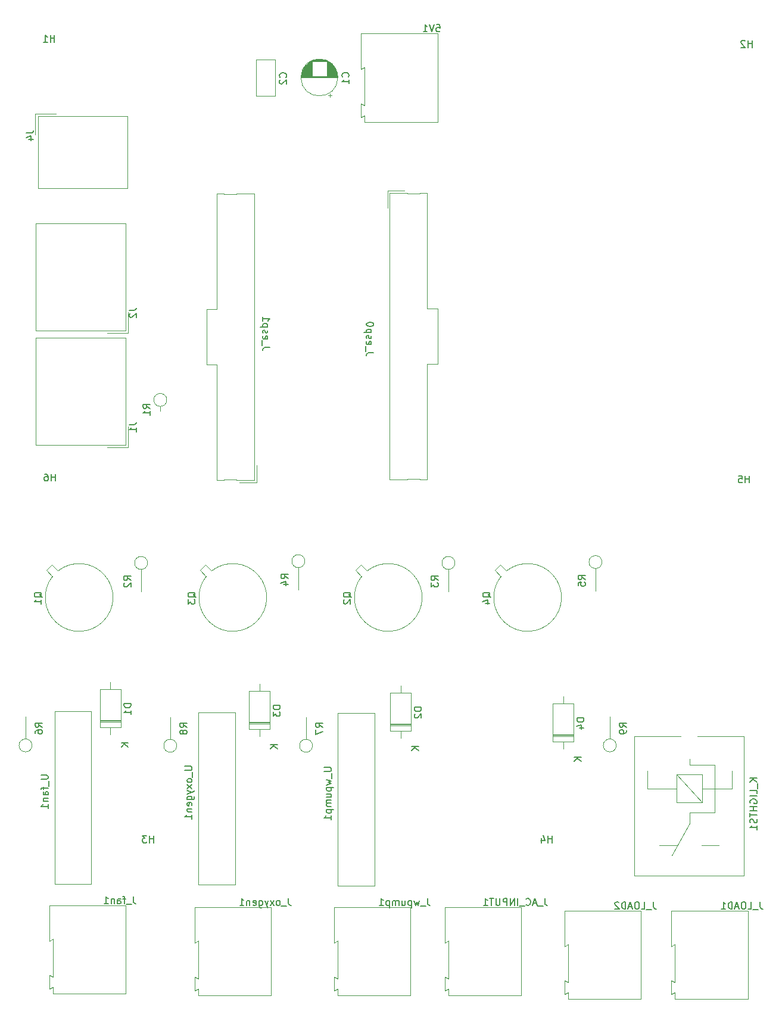
<source format=gbr>
%TF.GenerationSoftware,KiCad,Pcbnew,7.0.3*%
%TF.CreationDate,2023-06-20T17:47:21-05:00*%
%TF.ProjectId,intregration1,696e7472-6567-4726-9174-696f6e312e6b,rev?*%
%TF.SameCoordinates,Original*%
%TF.FileFunction,Legend,Bot*%
%TF.FilePolarity,Positive*%
%FSLAX46Y46*%
G04 Gerber Fmt 4.6, Leading zero omitted, Abs format (unit mm)*
G04 Created by KiCad (PCBNEW 7.0.3) date 2023-06-20 17:47:21*
%MOMM*%
%LPD*%
G01*
G04 APERTURE LIST*
%ADD10C,0.150000*%
%ADD11C,0.120000*%
G04 APERTURE END LIST*
D10*
%TO.C,R6*%
X53174819Y-127644017D02*
X52698628Y-127310684D01*
X53174819Y-127072589D02*
X52174819Y-127072589D01*
X52174819Y-127072589D02*
X52174819Y-127453541D01*
X52174819Y-127453541D02*
X52222438Y-127548779D01*
X52222438Y-127548779D02*
X52270057Y-127596398D01*
X52270057Y-127596398D02*
X52365295Y-127644017D01*
X52365295Y-127644017D02*
X52508152Y-127644017D01*
X52508152Y-127644017D02*
X52603390Y-127596398D01*
X52603390Y-127596398D02*
X52651009Y-127548779D01*
X52651009Y-127548779D02*
X52698628Y-127453541D01*
X52698628Y-127453541D02*
X52698628Y-127072589D01*
X52174819Y-128501160D02*
X52174819Y-128310684D01*
X52174819Y-128310684D02*
X52222438Y-128215446D01*
X52222438Y-128215446D02*
X52270057Y-128167827D01*
X52270057Y-128167827D02*
X52412914Y-128072589D01*
X52412914Y-128072589D02*
X52603390Y-128024970D01*
X52603390Y-128024970D02*
X52984342Y-128024970D01*
X52984342Y-128024970D02*
X53079580Y-128072589D01*
X53079580Y-128072589D02*
X53127200Y-128120208D01*
X53127200Y-128120208D02*
X53174819Y-128215446D01*
X53174819Y-128215446D02*
X53174819Y-128405922D01*
X53174819Y-128405922D02*
X53127200Y-128501160D01*
X53127200Y-128501160D02*
X53079580Y-128548779D01*
X53079580Y-128548779D02*
X52984342Y-128596398D01*
X52984342Y-128596398D02*
X52746247Y-128596398D01*
X52746247Y-128596398D02*
X52651009Y-128548779D01*
X52651009Y-128548779D02*
X52603390Y-128501160D01*
X52603390Y-128501160D02*
X52555771Y-128405922D01*
X52555771Y-128405922D02*
X52555771Y-128215446D01*
X52555771Y-128215446D02*
X52603390Y-128120208D01*
X52603390Y-128120208D02*
X52651009Y-128072589D01*
X52651009Y-128072589D02*
X52746247Y-128024970D01*
%TO.C,R1*%
X68492319Y-82349517D02*
X68016128Y-82016184D01*
X68492319Y-81778089D02*
X67492319Y-81778089D01*
X67492319Y-81778089D02*
X67492319Y-82159041D01*
X67492319Y-82159041D02*
X67539938Y-82254279D01*
X67539938Y-82254279D02*
X67587557Y-82301898D01*
X67587557Y-82301898D02*
X67682795Y-82349517D01*
X67682795Y-82349517D02*
X67825652Y-82349517D01*
X67825652Y-82349517D02*
X67920890Y-82301898D01*
X67920890Y-82301898D02*
X67968509Y-82254279D01*
X67968509Y-82254279D02*
X68016128Y-82159041D01*
X68016128Y-82159041D02*
X68016128Y-81778089D01*
X68492319Y-83301898D02*
X68492319Y-82730470D01*
X68492319Y-83016184D02*
X67492319Y-83016184D01*
X67492319Y-83016184D02*
X67635176Y-82920946D01*
X67635176Y-82920946D02*
X67730414Y-82825708D01*
X67730414Y-82825708D02*
X67778033Y-82730470D01*
%TO.C,D2*%
X107064819Y-124836589D02*
X106064819Y-124836589D01*
X106064819Y-124836589D02*
X106064819Y-125074684D01*
X106064819Y-125074684D02*
X106112438Y-125217541D01*
X106112438Y-125217541D02*
X106207676Y-125312779D01*
X106207676Y-125312779D02*
X106302914Y-125360398D01*
X106302914Y-125360398D02*
X106493390Y-125408017D01*
X106493390Y-125408017D02*
X106636247Y-125408017D01*
X106636247Y-125408017D02*
X106826723Y-125360398D01*
X106826723Y-125360398D02*
X106921961Y-125312779D01*
X106921961Y-125312779D02*
X107017200Y-125217541D01*
X107017200Y-125217541D02*
X107064819Y-125074684D01*
X107064819Y-125074684D02*
X107064819Y-124836589D01*
X106160057Y-125788970D02*
X106112438Y-125836589D01*
X106112438Y-125836589D02*
X106064819Y-125931827D01*
X106064819Y-125931827D02*
X106064819Y-126169922D01*
X106064819Y-126169922D02*
X106112438Y-126265160D01*
X106112438Y-126265160D02*
X106160057Y-126312779D01*
X106160057Y-126312779D02*
X106255295Y-126360398D01*
X106255295Y-126360398D02*
X106350533Y-126360398D01*
X106350533Y-126360398D02*
X106493390Y-126312779D01*
X106493390Y-126312779D02*
X107064819Y-125741351D01*
X107064819Y-125741351D02*
X107064819Y-126360398D01*
X106694819Y-130392779D02*
X105694819Y-130392779D01*
X106694819Y-130964207D02*
X106123390Y-130535636D01*
X105694819Y-130964207D02*
X106266247Y-130392779D01*
%TO.C,R2*%
X65764819Y-106789017D02*
X65288628Y-106455684D01*
X65764819Y-106217589D02*
X64764819Y-106217589D01*
X64764819Y-106217589D02*
X64764819Y-106598541D01*
X64764819Y-106598541D02*
X64812438Y-106693779D01*
X64812438Y-106693779D02*
X64860057Y-106741398D01*
X64860057Y-106741398D02*
X64955295Y-106789017D01*
X64955295Y-106789017D02*
X65098152Y-106789017D01*
X65098152Y-106789017D02*
X65193390Y-106741398D01*
X65193390Y-106741398D02*
X65241009Y-106693779D01*
X65241009Y-106693779D02*
X65288628Y-106598541D01*
X65288628Y-106598541D02*
X65288628Y-106217589D01*
X64860057Y-107169970D02*
X64812438Y-107217589D01*
X64812438Y-107217589D02*
X64764819Y-107312827D01*
X64764819Y-107312827D02*
X64764819Y-107550922D01*
X64764819Y-107550922D02*
X64812438Y-107646160D01*
X64812438Y-107646160D02*
X64860057Y-107693779D01*
X64860057Y-107693779D02*
X64955295Y-107741398D01*
X64955295Y-107741398D02*
X65050533Y-107741398D01*
X65050533Y-107741398D02*
X65193390Y-107693779D01*
X65193390Y-107693779D02*
X65764819Y-107122351D01*
X65764819Y-107122351D02*
X65764819Y-107741398D01*
%TO.C,J_fan1*%
X66130078Y-151722819D02*
X66130078Y-152437104D01*
X66130078Y-152437104D02*
X66177697Y-152579961D01*
X66177697Y-152579961D02*
X66272935Y-152675200D01*
X66272935Y-152675200D02*
X66415792Y-152722819D01*
X66415792Y-152722819D02*
X66511030Y-152722819D01*
X65891983Y-152818057D02*
X65130078Y-152818057D01*
X65034839Y-152056152D02*
X64653887Y-152056152D01*
X64891982Y-152722819D02*
X64891982Y-151865676D01*
X64891982Y-151865676D02*
X64844363Y-151770438D01*
X64844363Y-151770438D02*
X64749125Y-151722819D01*
X64749125Y-151722819D02*
X64653887Y-151722819D01*
X63891982Y-152722819D02*
X63891982Y-152199009D01*
X63891982Y-152199009D02*
X63939601Y-152103771D01*
X63939601Y-152103771D02*
X64034839Y-152056152D01*
X64034839Y-152056152D02*
X64225315Y-152056152D01*
X64225315Y-152056152D02*
X64320553Y-152103771D01*
X63891982Y-152675200D02*
X63987220Y-152722819D01*
X63987220Y-152722819D02*
X64225315Y-152722819D01*
X64225315Y-152722819D02*
X64320553Y-152675200D01*
X64320553Y-152675200D02*
X64368172Y-152579961D01*
X64368172Y-152579961D02*
X64368172Y-152484723D01*
X64368172Y-152484723D02*
X64320553Y-152389485D01*
X64320553Y-152389485D02*
X64225315Y-152341866D01*
X64225315Y-152341866D02*
X63987220Y-152341866D01*
X63987220Y-152341866D02*
X63891982Y-152294247D01*
X63415791Y-152056152D02*
X63415791Y-152722819D01*
X63415791Y-152151390D02*
X63368172Y-152103771D01*
X63368172Y-152103771D02*
X63272934Y-152056152D01*
X63272934Y-152056152D02*
X63130077Y-152056152D01*
X63130077Y-152056152D02*
X63034839Y-152103771D01*
X63034839Y-152103771D02*
X62987220Y-152199009D01*
X62987220Y-152199009D02*
X62987220Y-152722819D01*
X61987220Y-152722819D02*
X62558648Y-152722819D01*
X62272934Y-152722819D02*
X62272934Y-151722819D01*
X62272934Y-151722819D02*
X62368172Y-151865676D01*
X62368172Y-151865676D02*
X62463410Y-151960914D01*
X62463410Y-151960914D02*
X62558648Y-152008533D01*
%TO.C,5V1*%
X109204982Y-27816819D02*
X109681172Y-27816819D01*
X109681172Y-27816819D02*
X109728791Y-28293009D01*
X109728791Y-28293009D02*
X109681172Y-28245390D01*
X109681172Y-28245390D02*
X109585934Y-28197771D01*
X109585934Y-28197771D02*
X109347839Y-28197771D01*
X109347839Y-28197771D02*
X109252601Y-28245390D01*
X109252601Y-28245390D02*
X109204982Y-28293009D01*
X109204982Y-28293009D02*
X109157363Y-28388247D01*
X109157363Y-28388247D02*
X109157363Y-28626342D01*
X109157363Y-28626342D02*
X109204982Y-28721580D01*
X109204982Y-28721580D02*
X109252601Y-28769200D01*
X109252601Y-28769200D02*
X109347839Y-28816819D01*
X109347839Y-28816819D02*
X109585934Y-28816819D01*
X109585934Y-28816819D02*
X109681172Y-28769200D01*
X109681172Y-28769200D02*
X109728791Y-28721580D01*
X108871648Y-27816819D02*
X108538315Y-28816819D01*
X108538315Y-28816819D02*
X108204982Y-27816819D01*
X107347839Y-28816819D02*
X107919267Y-28816819D01*
X107633553Y-28816819D02*
X107633553Y-27816819D01*
X107633553Y-27816819D02*
X107728791Y-27959676D01*
X107728791Y-27959676D02*
X107824029Y-28054914D01*
X107824029Y-28054914D02*
X107919267Y-28102533D01*
%TO.C,R5*%
X130360819Y-106662017D02*
X129884628Y-106328684D01*
X130360819Y-106090589D02*
X129360819Y-106090589D01*
X129360819Y-106090589D02*
X129360819Y-106471541D01*
X129360819Y-106471541D02*
X129408438Y-106566779D01*
X129408438Y-106566779D02*
X129456057Y-106614398D01*
X129456057Y-106614398D02*
X129551295Y-106662017D01*
X129551295Y-106662017D02*
X129694152Y-106662017D01*
X129694152Y-106662017D02*
X129789390Y-106614398D01*
X129789390Y-106614398D02*
X129837009Y-106566779D01*
X129837009Y-106566779D02*
X129884628Y-106471541D01*
X129884628Y-106471541D02*
X129884628Y-106090589D01*
X129360819Y-107566779D02*
X129360819Y-107090589D01*
X129360819Y-107090589D02*
X129837009Y-107042970D01*
X129837009Y-107042970D02*
X129789390Y-107090589D01*
X129789390Y-107090589D02*
X129741771Y-107185827D01*
X129741771Y-107185827D02*
X129741771Y-107423922D01*
X129741771Y-107423922D02*
X129789390Y-107519160D01*
X129789390Y-107519160D02*
X129837009Y-107566779D01*
X129837009Y-107566779D02*
X129932247Y-107614398D01*
X129932247Y-107614398D02*
X130170342Y-107614398D01*
X130170342Y-107614398D02*
X130265580Y-107566779D01*
X130265580Y-107566779D02*
X130313200Y-107519160D01*
X130313200Y-107519160D02*
X130360819Y-107423922D01*
X130360819Y-107423922D02*
X130360819Y-107185827D01*
X130360819Y-107185827D02*
X130313200Y-107090589D01*
X130313200Y-107090589D02*
X130265580Y-107042970D01*
%TO.C,J_LOAD2*%
X140057744Y-152484819D02*
X140057744Y-153199104D01*
X140057744Y-153199104D02*
X140105363Y-153341961D01*
X140105363Y-153341961D02*
X140200601Y-153437200D01*
X140200601Y-153437200D02*
X140343458Y-153484819D01*
X140343458Y-153484819D02*
X140438696Y-153484819D01*
X139819649Y-153580057D02*
X139057744Y-153580057D01*
X138343458Y-153484819D02*
X138819648Y-153484819D01*
X138819648Y-153484819D02*
X138819648Y-152484819D01*
X137819648Y-152484819D02*
X137629172Y-152484819D01*
X137629172Y-152484819D02*
X137533934Y-152532438D01*
X137533934Y-152532438D02*
X137438696Y-152627676D01*
X137438696Y-152627676D02*
X137391077Y-152818152D01*
X137391077Y-152818152D02*
X137391077Y-153151485D01*
X137391077Y-153151485D02*
X137438696Y-153341961D01*
X137438696Y-153341961D02*
X137533934Y-153437200D01*
X137533934Y-153437200D02*
X137629172Y-153484819D01*
X137629172Y-153484819D02*
X137819648Y-153484819D01*
X137819648Y-153484819D02*
X137914886Y-153437200D01*
X137914886Y-153437200D02*
X138010124Y-153341961D01*
X138010124Y-153341961D02*
X138057743Y-153151485D01*
X138057743Y-153151485D02*
X138057743Y-152818152D01*
X138057743Y-152818152D02*
X138010124Y-152627676D01*
X138010124Y-152627676D02*
X137914886Y-152532438D01*
X137914886Y-152532438D02*
X137819648Y-152484819D01*
X137010124Y-153199104D02*
X136533934Y-153199104D01*
X137105362Y-153484819D02*
X136772029Y-152484819D01*
X136772029Y-152484819D02*
X136438696Y-153484819D01*
X136105362Y-153484819D02*
X136105362Y-152484819D01*
X136105362Y-152484819D02*
X135867267Y-152484819D01*
X135867267Y-152484819D02*
X135724410Y-152532438D01*
X135724410Y-152532438D02*
X135629172Y-152627676D01*
X135629172Y-152627676D02*
X135581553Y-152722914D01*
X135581553Y-152722914D02*
X135533934Y-152913390D01*
X135533934Y-152913390D02*
X135533934Y-153056247D01*
X135533934Y-153056247D02*
X135581553Y-153246723D01*
X135581553Y-153246723D02*
X135629172Y-153341961D01*
X135629172Y-153341961D02*
X135724410Y-153437200D01*
X135724410Y-153437200D02*
X135867267Y-153484819D01*
X135867267Y-153484819D02*
X136105362Y-153484819D01*
X135152981Y-152580057D02*
X135105362Y-152532438D01*
X135105362Y-152532438D02*
X135010124Y-152484819D01*
X135010124Y-152484819D02*
X134772029Y-152484819D01*
X134772029Y-152484819D02*
X134676791Y-152532438D01*
X134676791Y-152532438D02*
X134629172Y-152580057D01*
X134629172Y-152580057D02*
X134581553Y-152675295D01*
X134581553Y-152675295D02*
X134581553Y-152770533D01*
X134581553Y-152770533D02*
X134629172Y-152913390D01*
X134629172Y-152913390D02*
X135200600Y-153484819D01*
X135200600Y-153484819D02*
X134581553Y-153484819D01*
%TO.C,H6*%
X55019220Y-92666819D02*
X55019220Y-91666819D01*
X55019220Y-92143009D02*
X54447792Y-92143009D01*
X54447792Y-92666819D02*
X54447792Y-91666819D01*
X53543030Y-91666819D02*
X53733506Y-91666819D01*
X53733506Y-91666819D02*
X53828744Y-91714438D01*
X53828744Y-91714438D02*
X53876363Y-91762057D01*
X53876363Y-91762057D02*
X53971601Y-91904914D01*
X53971601Y-91904914D02*
X54019220Y-92095390D01*
X54019220Y-92095390D02*
X54019220Y-92476342D01*
X54019220Y-92476342D02*
X53971601Y-92571580D01*
X53971601Y-92571580D02*
X53923982Y-92619200D01*
X53923982Y-92619200D02*
X53828744Y-92666819D01*
X53828744Y-92666819D02*
X53638268Y-92666819D01*
X53638268Y-92666819D02*
X53543030Y-92619200D01*
X53543030Y-92619200D02*
X53495411Y-92571580D01*
X53495411Y-92571580D02*
X53447792Y-92476342D01*
X53447792Y-92476342D02*
X53447792Y-92238247D01*
X53447792Y-92238247D02*
X53495411Y-92143009D01*
X53495411Y-92143009D02*
X53543030Y-92095390D01*
X53543030Y-92095390D02*
X53638268Y-92047771D01*
X53638268Y-92047771D02*
X53828744Y-92047771D01*
X53828744Y-92047771D02*
X53923982Y-92095390D01*
X53923982Y-92095390D02*
X53971601Y-92143009D01*
X53971601Y-92143009D02*
X54019220Y-92238247D01*
%TO.C,J2*%
X65543819Y-68416850D02*
X66258104Y-68416850D01*
X66258104Y-68416850D02*
X66400961Y-68369231D01*
X66400961Y-68369231D02*
X66496200Y-68273993D01*
X66496200Y-68273993D02*
X66543819Y-68131136D01*
X66543819Y-68131136D02*
X66543819Y-68035898D01*
X65639057Y-68845422D02*
X65591438Y-68893041D01*
X65591438Y-68893041D02*
X65543819Y-68988279D01*
X65543819Y-68988279D02*
X65543819Y-69226374D01*
X65543819Y-69226374D02*
X65591438Y-69321612D01*
X65591438Y-69321612D02*
X65639057Y-69369231D01*
X65639057Y-69369231D02*
X65734295Y-69416850D01*
X65734295Y-69416850D02*
X65829533Y-69416850D01*
X65829533Y-69416850D02*
X65972390Y-69369231D01*
X65972390Y-69369231D02*
X66543819Y-68797803D01*
X66543819Y-68797803D02*
X66543819Y-69416850D01*
%TO.C,H2*%
X154079220Y-31044819D02*
X154079220Y-30044819D01*
X154079220Y-30521009D02*
X153507792Y-30521009D01*
X153507792Y-31044819D02*
X153507792Y-30044819D01*
X153079220Y-30140057D02*
X153031601Y-30092438D01*
X153031601Y-30092438D02*
X152936363Y-30044819D01*
X152936363Y-30044819D02*
X152698268Y-30044819D01*
X152698268Y-30044819D02*
X152603030Y-30092438D01*
X152603030Y-30092438D02*
X152555411Y-30140057D01*
X152555411Y-30140057D02*
X152507792Y-30235295D01*
X152507792Y-30235295D02*
X152507792Y-30330533D01*
X152507792Y-30330533D02*
X152555411Y-30473390D01*
X152555411Y-30473390D02*
X153126839Y-31044819D01*
X153126839Y-31044819D02*
X152507792Y-31044819D01*
%TO.C,C2*%
X87812580Y-35284017D02*
X87860200Y-35236398D01*
X87860200Y-35236398D02*
X87907819Y-35093541D01*
X87907819Y-35093541D02*
X87907819Y-34998303D01*
X87907819Y-34998303D02*
X87860200Y-34855446D01*
X87860200Y-34855446D02*
X87764961Y-34760208D01*
X87764961Y-34760208D02*
X87669723Y-34712589D01*
X87669723Y-34712589D02*
X87479247Y-34664970D01*
X87479247Y-34664970D02*
X87336390Y-34664970D01*
X87336390Y-34664970D02*
X87145914Y-34712589D01*
X87145914Y-34712589D02*
X87050676Y-34760208D01*
X87050676Y-34760208D02*
X86955438Y-34855446D01*
X86955438Y-34855446D02*
X86907819Y-34998303D01*
X86907819Y-34998303D02*
X86907819Y-35093541D01*
X86907819Y-35093541D02*
X86955438Y-35236398D01*
X86955438Y-35236398D02*
X87003057Y-35284017D01*
X87003057Y-35664970D02*
X86955438Y-35712589D01*
X86955438Y-35712589D02*
X86907819Y-35807827D01*
X86907819Y-35807827D02*
X86907819Y-36045922D01*
X86907819Y-36045922D02*
X86955438Y-36141160D01*
X86955438Y-36141160D02*
X87003057Y-36188779D01*
X87003057Y-36188779D02*
X87098295Y-36236398D01*
X87098295Y-36236398D02*
X87193533Y-36236398D01*
X87193533Y-36236398D02*
X87336390Y-36188779D01*
X87336390Y-36188779D02*
X87907819Y-35617351D01*
X87907819Y-35617351D02*
X87907819Y-36236398D01*
%TO.C,J1*%
X65543819Y-84672850D02*
X66258104Y-84672850D01*
X66258104Y-84672850D02*
X66400961Y-84625231D01*
X66400961Y-84625231D02*
X66496200Y-84529993D01*
X66496200Y-84529993D02*
X66543819Y-84387136D01*
X66543819Y-84387136D02*
X66543819Y-84291898D01*
X66543819Y-85672850D02*
X66543819Y-85101422D01*
X66543819Y-85387136D02*
X65543819Y-85387136D01*
X65543819Y-85387136D02*
X65686676Y-85291898D01*
X65686676Y-85291898D02*
X65781914Y-85196660D01*
X65781914Y-85196660D02*
X65829533Y-85101422D01*
%TO.C,J_AC_INPUT1*%
X124629792Y-151976819D02*
X124629792Y-152691104D01*
X124629792Y-152691104D02*
X124677411Y-152833961D01*
X124677411Y-152833961D02*
X124772649Y-152929200D01*
X124772649Y-152929200D02*
X124915506Y-152976819D01*
X124915506Y-152976819D02*
X125010744Y-152976819D01*
X124391697Y-153072057D02*
X123629792Y-153072057D01*
X123439315Y-152691104D02*
X122963125Y-152691104D01*
X123534553Y-152976819D02*
X123201220Y-151976819D01*
X123201220Y-151976819D02*
X122867887Y-152976819D01*
X121963125Y-152881580D02*
X122010744Y-152929200D01*
X122010744Y-152929200D02*
X122153601Y-152976819D01*
X122153601Y-152976819D02*
X122248839Y-152976819D01*
X122248839Y-152976819D02*
X122391696Y-152929200D01*
X122391696Y-152929200D02*
X122486934Y-152833961D01*
X122486934Y-152833961D02*
X122534553Y-152738723D01*
X122534553Y-152738723D02*
X122582172Y-152548247D01*
X122582172Y-152548247D02*
X122582172Y-152405390D01*
X122582172Y-152405390D02*
X122534553Y-152214914D01*
X122534553Y-152214914D02*
X122486934Y-152119676D01*
X122486934Y-152119676D02*
X122391696Y-152024438D01*
X122391696Y-152024438D02*
X122248839Y-151976819D01*
X122248839Y-151976819D02*
X122153601Y-151976819D01*
X122153601Y-151976819D02*
X122010744Y-152024438D01*
X122010744Y-152024438D02*
X121963125Y-152072057D01*
X121772649Y-153072057D02*
X121010744Y-153072057D01*
X120772648Y-152976819D02*
X120772648Y-151976819D01*
X120296458Y-152976819D02*
X120296458Y-151976819D01*
X120296458Y-151976819D02*
X119725030Y-152976819D01*
X119725030Y-152976819D02*
X119725030Y-151976819D01*
X119248839Y-152976819D02*
X119248839Y-151976819D01*
X119248839Y-151976819D02*
X118867887Y-151976819D01*
X118867887Y-151976819D02*
X118772649Y-152024438D01*
X118772649Y-152024438D02*
X118725030Y-152072057D01*
X118725030Y-152072057D02*
X118677411Y-152167295D01*
X118677411Y-152167295D02*
X118677411Y-152310152D01*
X118677411Y-152310152D02*
X118725030Y-152405390D01*
X118725030Y-152405390D02*
X118772649Y-152453009D01*
X118772649Y-152453009D02*
X118867887Y-152500628D01*
X118867887Y-152500628D02*
X119248839Y-152500628D01*
X118248839Y-151976819D02*
X118248839Y-152786342D01*
X118248839Y-152786342D02*
X118201220Y-152881580D01*
X118201220Y-152881580D02*
X118153601Y-152929200D01*
X118153601Y-152929200D02*
X118058363Y-152976819D01*
X118058363Y-152976819D02*
X117867887Y-152976819D01*
X117867887Y-152976819D02*
X117772649Y-152929200D01*
X117772649Y-152929200D02*
X117725030Y-152881580D01*
X117725030Y-152881580D02*
X117677411Y-152786342D01*
X117677411Y-152786342D02*
X117677411Y-151976819D01*
X117344077Y-151976819D02*
X116772649Y-151976819D01*
X117058363Y-152976819D02*
X117058363Y-151976819D01*
X115915506Y-152976819D02*
X116486934Y-152976819D01*
X116201220Y-152976819D02*
X116201220Y-151976819D01*
X116201220Y-151976819D02*
X116296458Y-152119676D01*
X116296458Y-152119676D02*
X116391696Y-152214914D01*
X116391696Y-152214914D02*
X116486934Y-152262533D01*
%TO.C,J_LOAD1*%
X155217744Y-152484819D02*
X155217744Y-153199104D01*
X155217744Y-153199104D02*
X155265363Y-153341961D01*
X155265363Y-153341961D02*
X155360601Y-153437200D01*
X155360601Y-153437200D02*
X155503458Y-153484819D01*
X155503458Y-153484819D02*
X155598696Y-153484819D01*
X154979649Y-153580057D02*
X154217744Y-153580057D01*
X153503458Y-153484819D02*
X153979648Y-153484819D01*
X153979648Y-153484819D02*
X153979648Y-152484819D01*
X152979648Y-152484819D02*
X152789172Y-152484819D01*
X152789172Y-152484819D02*
X152693934Y-152532438D01*
X152693934Y-152532438D02*
X152598696Y-152627676D01*
X152598696Y-152627676D02*
X152551077Y-152818152D01*
X152551077Y-152818152D02*
X152551077Y-153151485D01*
X152551077Y-153151485D02*
X152598696Y-153341961D01*
X152598696Y-153341961D02*
X152693934Y-153437200D01*
X152693934Y-153437200D02*
X152789172Y-153484819D01*
X152789172Y-153484819D02*
X152979648Y-153484819D01*
X152979648Y-153484819D02*
X153074886Y-153437200D01*
X153074886Y-153437200D02*
X153170124Y-153341961D01*
X153170124Y-153341961D02*
X153217743Y-153151485D01*
X153217743Y-153151485D02*
X153217743Y-152818152D01*
X153217743Y-152818152D02*
X153170124Y-152627676D01*
X153170124Y-152627676D02*
X153074886Y-152532438D01*
X153074886Y-152532438D02*
X152979648Y-152484819D01*
X152170124Y-153199104D02*
X151693934Y-153199104D01*
X152265362Y-153484819D02*
X151932029Y-152484819D01*
X151932029Y-152484819D02*
X151598696Y-153484819D01*
X151265362Y-153484819D02*
X151265362Y-152484819D01*
X151265362Y-152484819D02*
X151027267Y-152484819D01*
X151027267Y-152484819D02*
X150884410Y-152532438D01*
X150884410Y-152532438D02*
X150789172Y-152627676D01*
X150789172Y-152627676D02*
X150741553Y-152722914D01*
X150741553Y-152722914D02*
X150693934Y-152913390D01*
X150693934Y-152913390D02*
X150693934Y-153056247D01*
X150693934Y-153056247D02*
X150741553Y-153246723D01*
X150741553Y-153246723D02*
X150789172Y-153341961D01*
X150789172Y-153341961D02*
X150884410Y-153437200D01*
X150884410Y-153437200D02*
X151027267Y-153484819D01*
X151027267Y-153484819D02*
X151265362Y-153484819D01*
X149741553Y-153484819D02*
X150312981Y-153484819D01*
X150027267Y-153484819D02*
X150027267Y-152484819D01*
X150027267Y-152484819D02*
X150122505Y-152627676D01*
X150122505Y-152627676D02*
X150217743Y-152722914D01*
X150217743Y-152722914D02*
X150312981Y-152770533D01*
%TO.C,J_esp1*%
X85532180Y-73683316D02*
X84817895Y-73683316D01*
X84817895Y-73683316D02*
X84675038Y-73730935D01*
X84675038Y-73730935D02*
X84579800Y-73826173D01*
X84579800Y-73826173D02*
X84532180Y-73969030D01*
X84532180Y-73969030D02*
X84532180Y-74064268D01*
X84436942Y-73445221D02*
X84436942Y-72683316D01*
X84579800Y-72064268D02*
X84532180Y-72159506D01*
X84532180Y-72159506D02*
X84532180Y-72349982D01*
X84532180Y-72349982D02*
X84579800Y-72445220D01*
X84579800Y-72445220D02*
X84675038Y-72492839D01*
X84675038Y-72492839D02*
X85055990Y-72492839D01*
X85055990Y-72492839D02*
X85151228Y-72445220D01*
X85151228Y-72445220D02*
X85198847Y-72349982D01*
X85198847Y-72349982D02*
X85198847Y-72159506D01*
X85198847Y-72159506D02*
X85151228Y-72064268D01*
X85151228Y-72064268D02*
X85055990Y-72016649D01*
X85055990Y-72016649D02*
X84960752Y-72016649D01*
X84960752Y-72016649D02*
X84865514Y-72492839D01*
X84579800Y-71635696D02*
X84532180Y-71540458D01*
X84532180Y-71540458D02*
X84532180Y-71349982D01*
X84532180Y-71349982D02*
X84579800Y-71254744D01*
X84579800Y-71254744D02*
X84675038Y-71207125D01*
X84675038Y-71207125D02*
X84722657Y-71207125D01*
X84722657Y-71207125D02*
X84817895Y-71254744D01*
X84817895Y-71254744D02*
X84865514Y-71349982D01*
X84865514Y-71349982D02*
X84865514Y-71492839D01*
X84865514Y-71492839D02*
X84913133Y-71588077D01*
X84913133Y-71588077D02*
X85008371Y-71635696D01*
X85008371Y-71635696D02*
X85055990Y-71635696D01*
X85055990Y-71635696D02*
X85151228Y-71588077D01*
X85151228Y-71588077D02*
X85198847Y-71492839D01*
X85198847Y-71492839D02*
X85198847Y-71349982D01*
X85198847Y-71349982D02*
X85151228Y-71254744D01*
X85198847Y-70778553D02*
X84198847Y-70778553D01*
X85151228Y-70778553D02*
X85198847Y-70683315D01*
X85198847Y-70683315D02*
X85198847Y-70492839D01*
X85198847Y-70492839D02*
X85151228Y-70397601D01*
X85151228Y-70397601D02*
X85103609Y-70349982D01*
X85103609Y-70349982D02*
X85008371Y-70302363D01*
X85008371Y-70302363D02*
X84722657Y-70302363D01*
X84722657Y-70302363D02*
X84627419Y-70349982D01*
X84627419Y-70349982D02*
X84579800Y-70397601D01*
X84579800Y-70397601D02*
X84532180Y-70492839D01*
X84532180Y-70492839D02*
X84532180Y-70683315D01*
X84532180Y-70683315D02*
X84579800Y-70778553D01*
X84532180Y-69349982D02*
X84532180Y-69921410D01*
X84532180Y-69635696D02*
X85532180Y-69635696D01*
X85532180Y-69635696D02*
X85389323Y-69730934D01*
X85389323Y-69730934D02*
X85294085Y-69826172D01*
X85294085Y-69826172D02*
X85246466Y-69921410D01*
%TO.C,Q2*%
X97092057Y-109223445D02*
X97044438Y-109128207D01*
X97044438Y-109128207D02*
X96949200Y-109032969D01*
X96949200Y-109032969D02*
X96806342Y-108890112D01*
X96806342Y-108890112D02*
X96758723Y-108794874D01*
X96758723Y-108794874D02*
X96758723Y-108699636D01*
X96996819Y-108747255D02*
X96949200Y-108652017D01*
X96949200Y-108652017D02*
X96853961Y-108556779D01*
X96853961Y-108556779D02*
X96663485Y-108509160D01*
X96663485Y-108509160D02*
X96330152Y-108509160D01*
X96330152Y-108509160D02*
X96139676Y-108556779D01*
X96139676Y-108556779D02*
X96044438Y-108652017D01*
X96044438Y-108652017D02*
X95996819Y-108747255D01*
X95996819Y-108747255D02*
X95996819Y-108937731D01*
X95996819Y-108937731D02*
X96044438Y-109032969D01*
X96044438Y-109032969D02*
X96139676Y-109128207D01*
X96139676Y-109128207D02*
X96330152Y-109175826D01*
X96330152Y-109175826D02*
X96663485Y-109175826D01*
X96663485Y-109175826D02*
X96853961Y-109128207D01*
X96853961Y-109128207D02*
X96949200Y-109032969D01*
X96949200Y-109032969D02*
X96996819Y-108937731D01*
X96996819Y-108937731D02*
X96996819Y-108747255D01*
X96092057Y-109556779D02*
X96044438Y-109604398D01*
X96044438Y-109604398D02*
X95996819Y-109699636D01*
X95996819Y-109699636D02*
X95996819Y-109937731D01*
X95996819Y-109937731D02*
X96044438Y-110032969D01*
X96044438Y-110032969D02*
X96092057Y-110080588D01*
X96092057Y-110080588D02*
X96187295Y-110128207D01*
X96187295Y-110128207D02*
X96282533Y-110128207D01*
X96282533Y-110128207D02*
X96425390Y-110080588D01*
X96425390Y-110080588D02*
X96996819Y-109509160D01*
X96996819Y-109509160D02*
X96996819Y-110128207D01*
%TO.C,J4*%
X50928819Y-43199350D02*
X51643104Y-43199350D01*
X51643104Y-43199350D02*
X51785961Y-43151731D01*
X51785961Y-43151731D02*
X51881200Y-43056493D01*
X51881200Y-43056493D02*
X51928819Y-42913636D01*
X51928819Y-42913636D02*
X51928819Y-42818398D01*
X51262152Y-44104112D02*
X51928819Y-44104112D01*
X50881200Y-43866017D02*
X51595485Y-43627922D01*
X51595485Y-43627922D02*
X51595485Y-44246969D01*
%TO.C,D3*%
X86998819Y-124582589D02*
X85998819Y-124582589D01*
X85998819Y-124582589D02*
X85998819Y-124820684D01*
X85998819Y-124820684D02*
X86046438Y-124963541D01*
X86046438Y-124963541D02*
X86141676Y-125058779D01*
X86141676Y-125058779D02*
X86236914Y-125106398D01*
X86236914Y-125106398D02*
X86427390Y-125154017D01*
X86427390Y-125154017D02*
X86570247Y-125154017D01*
X86570247Y-125154017D02*
X86760723Y-125106398D01*
X86760723Y-125106398D02*
X86855961Y-125058779D01*
X86855961Y-125058779D02*
X86951200Y-124963541D01*
X86951200Y-124963541D02*
X86998819Y-124820684D01*
X86998819Y-124820684D02*
X86998819Y-124582589D01*
X85998819Y-125487351D02*
X85998819Y-126106398D01*
X85998819Y-126106398D02*
X86379771Y-125773065D01*
X86379771Y-125773065D02*
X86379771Y-125915922D01*
X86379771Y-125915922D02*
X86427390Y-126011160D01*
X86427390Y-126011160D02*
X86475009Y-126058779D01*
X86475009Y-126058779D02*
X86570247Y-126106398D01*
X86570247Y-126106398D02*
X86808342Y-126106398D01*
X86808342Y-126106398D02*
X86903580Y-126058779D01*
X86903580Y-126058779D02*
X86951200Y-126011160D01*
X86951200Y-126011160D02*
X86998819Y-125915922D01*
X86998819Y-125915922D02*
X86998819Y-125630208D01*
X86998819Y-125630208D02*
X86951200Y-125534970D01*
X86951200Y-125534970D02*
X86903580Y-125487351D01*
X86628819Y-130138779D02*
X85628819Y-130138779D01*
X86628819Y-130710207D02*
X86057390Y-130281636D01*
X85628819Y-130710207D02*
X86200247Y-130138779D01*
%TO.C,J_esp0*%
X100277680Y-74464316D02*
X99563395Y-74464316D01*
X99563395Y-74464316D02*
X99420538Y-74511935D01*
X99420538Y-74511935D02*
X99325300Y-74607173D01*
X99325300Y-74607173D02*
X99277680Y-74750030D01*
X99277680Y-74750030D02*
X99277680Y-74845268D01*
X99182442Y-74226221D02*
X99182442Y-73464316D01*
X99325300Y-72845268D02*
X99277680Y-72940506D01*
X99277680Y-72940506D02*
X99277680Y-73130982D01*
X99277680Y-73130982D02*
X99325300Y-73226220D01*
X99325300Y-73226220D02*
X99420538Y-73273839D01*
X99420538Y-73273839D02*
X99801490Y-73273839D01*
X99801490Y-73273839D02*
X99896728Y-73226220D01*
X99896728Y-73226220D02*
X99944347Y-73130982D01*
X99944347Y-73130982D02*
X99944347Y-72940506D01*
X99944347Y-72940506D02*
X99896728Y-72845268D01*
X99896728Y-72845268D02*
X99801490Y-72797649D01*
X99801490Y-72797649D02*
X99706252Y-72797649D01*
X99706252Y-72797649D02*
X99611014Y-73273839D01*
X99325300Y-72416696D02*
X99277680Y-72321458D01*
X99277680Y-72321458D02*
X99277680Y-72130982D01*
X99277680Y-72130982D02*
X99325300Y-72035744D01*
X99325300Y-72035744D02*
X99420538Y-71988125D01*
X99420538Y-71988125D02*
X99468157Y-71988125D01*
X99468157Y-71988125D02*
X99563395Y-72035744D01*
X99563395Y-72035744D02*
X99611014Y-72130982D01*
X99611014Y-72130982D02*
X99611014Y-72273839D01*
X99611014Y-72273839D02*
X99658633Y-72369077D01*
X99658633Y-72369077D02*
X99753871Y-72416696D01*
X99753871Y-72416696D02*
X99801490Y-72416696D01*
X99801490Y-72416696D02*
X99896728Y-72369077D01*
X99896728Y-72369077D02*
X99944347Y-72273839D01*
X99944347Y-72273839D02*
X99944347Y-72130982D01*
X99944347Y-72130982D02*
X99896728Y-72035744D01*
X99944347Y-71559553D02*
X98944347Y-71559553D01*
X99896728Y-71559553D02*
X99944347Y-71464315D01*
X99944347Y-71464315D02*
X99944347Y-71273839D01*
X99944347Y-71273839D02*
X99896728Y-71178601D01*
X99896728Y-71178601D02*
X99849109Y-71130982D01*
X99849109Y-71130982D02*
X99753871Y-71083363D01*
X99753871Y-71083363D02*
X99468157Y-71083363D01*
X99468157Y-71083363D02*
X99372919Y-71130982D01*
X99372919Y-71130982D02*
X99325300Y-71178601D01*
X99325300Y-71178601D02*
X99277680Y-71273839D01*
X99277680Y-71273839D02*
X99277680Y-71464315D01*
X99277680Y-71464315D02*
X99325300Y-71559553D01*
X100277680Y-70464315D02*
X100277680Y-70369077D01*
X100277680Y-70369077D02*
X100230061Y-70273839D01*
X100230061Y-70273839D02*
X100182442Y-70226220D01*
X100182442Y-70226220D02*
X100087204Y-70178601D01*
X100087204Y-70178601D02*
X99896728Y-70130982D01*
X99896728Y-70130982D02*
X99658633Y-70130982D01*
X99658633Y-70130982D02*
X99468157Y-70178601D01*
X99468157Y-70178601D02*
X99372919Y-70226220D01*
X99372919Y-70226220D02*
X99325300Y-70273839D01*
X99325300Y-70273839D02*
X99277680Y-70369077D01*
X99277680Y-70369077D02*
X99277680Y-70464315D01*
X99277680Y-70464315D02*
X99325300Y-70559553D01*
X99325300Y-70559553D02*
X99372919Y-70607172D01*
X99372919Y-70607172D02*
X99468157Y-70654791D01*
X99468157Y-70654791D02*
X99658633Y-70702410D01*
X99658633Y-70702410D02*
X99896728Y-70702410D01*
X99896728Y-70702410D02*
X100087204Y-70654791D01*
X100087204Y-70654791D02*
X100182442Y-70607172D01*
X100182442Y-70607172D02*
X100230061Y-70559553D01*
X100230061Y-70559553D02*
X100277680Y-70464315D01*
%TO.C,U_wpump1*%
X93260819Y-133377708D02*
X94070342Y-133377708D01*
X94070342Y-133377708D02*
X94165580Y-133425327D01*
X94165580Y-133425327D02*
X94213200Y-133472946D01*
X94213200Y-133472946D02*
X94260819Y-133568184D01*
X94260819Y-133568184D02*
X94260819Y-133758660D01*
X94260819Y-133758660D02*
X94213200Y-133853898D01*
X94213200Y-133853898D02*
X94165580Y-133901517D01*
X94165580Y-133901517D02*
X94070342Y-133949136D01*
X94070342Y-133949136D02*
X93260819Y-133949136D01*
X94356057Y-134187232D02*
X94356057Y-134949136D01*
X93594152Y-135091994D02*
X94260819Y-135282470D01*
X94260819Y-135282470D02*
X93784628Y-135472946D01*
X93784628Y-135472946D02*
X94260819Y-135663422D01*
X94260819Y-135663422D02*
X93594152Y-135853898D01*
X93594152Y-136234851D02*
X94594152Y-136234851D01*
X93641771Y-136234851D02*
X93594152Y-136330089D01*
X93594152Y-136330089D02*
X93594152Y-136520565D01*
X93594152Y-136520565D02*
X93641771Y-136615803D01*
X93641771Y-136615803D02*
X93689390Y-136663422D01*
X93689390Y-136663422D02*
X93784628Y-136711041D01*
X93784628Y-136711041D02*
X94070342Y-136711041D01*
X94070342Y-136711041D02*
X94165580Y-136663422D01*
X94165580Y-136663422D02*
X94213200Y-136615803D01*
X94213200Y-136615803D02*
X94260819Y-136520565D01*
X94260819Y-136520565D02*
X94260819Y-136330089D01*
X94260819Y-136330089D02*
X94213200Y-136234851D01*
X93594152Y-137568184D02*
X94260819Y-137568184D01*
X93594152Y-137139613D02*
X94117961Y-137139613D01*
X94117961Y-137139613D02*
X94213200Y-137187232D01*
X94213200Y-137187232D02*
X94260819Y-137282470D01*
X94260819Y-137282470D02*
X94260819Y-137425327D01*
X94260819Y-137425327D02*
X94213200Y-137520565D01*
X94213200Y-137520565D02*
X94165580Y-137568184D01*
X94260819Y-138044375D02*
X93594152Y-138044375D01*
X93689390Y-138044375D02*
X93641771Y-138091994D01*
X93641771Y-138091994D02*
X93594152Y-138187232D01*
X93594152Y-138187232D02*
X93594152Y-138330089D01*
X93594152Y-138330089D02*
X93641771Y-138425327D01*
X93641771Y-138425327D02*
X93737009Y-138472946D01*
X93737009Y-138472946D02*
X94260819Y-138472946D01*
X93737009Y-138472946D02*
X93641771Y-138520565D01*
X93641771Y-138520565D02*
X93594152Y-138615803D01*
X93594152Y-138615803D02*
X93594152Y-138758660D01*
X93594152Y-138758660D02*
X93641771Y-138853899D01*
X93641771Y-138853899D02*
X93737009Y-138901518D01*
X93737009Y-138901518D02*
X94260819Y-138901518D01*
X93594152Y-139377708D02*
X94594152Y-139377708D01*
X93641771Y-139377708D02*
X93594152Y-139472946D01*
X93594152Y-139472946D02*
X93594152Y-139663422D01*
X93594152Y-139663422D02*
X93641771Y-139758660D01*
X93641771Y-139758660D02*
X93689390Y-139806279D01*
X93689390Y-139806279D02*
X93784628Y-139853898D01*
X93784628Y-139853898D02*
X94070342Y-139853898D01*
X94070342Y-139853898D02*
X94165580Y-139806279D01*
X94165580Y-139806279D02*
X94213200Y-139758660D01*
X94213200Y-139758660D02*
X94260819Y-139663422D01*
X94260819Y-139663422D02*
X94260819Y-139472946D01*
X94260819Y-139472946D02*
X94213200Y-139377708D01*
X94260819Y-140806279D02*
X94260819Y-140234851D01*
X94260819Y-140520565D02*
X93260819Y-140520565D01*
X93260819Y-140520565D02*
X93403676Y-140425327D01*
X93403676Y-140425327D02*
X93498914Y-140330089D01*
X93498914Y-140330089D02*
X93546533Y-140234851D01*
%TO.C,R3*%
X109452819Y-106789017D02*
X108976628Y-106455684D01*
X109452819Y-106217589D02*
X108452819Y-106217589D01*
X108452819Y-106217589D02*
X108452819Y-106598541D01*
X108452819Y-106598541D02*
X108500438Y-106693779D01*
X108500438Y-106693779D02*
X108548057Y-106741398D01*
X108548057Y-106741398D02*
X108643295Y-106789017D01*
X108643295Y-106789017D02*
X108786152Y-106789017D01*
X108786152Y-106789017D02*
X108881390Y-106741398D01*
X108881390Y-106741398D02*
X108929009Y-106693779D01*
X108929009Y-106693779D02*
X108976628Y-106598541D01*
X108976628Y-106598541D02*
X108976628Y-106217589D01*
X108452819Y-107122351D02*
X108452819Y-107741398D01*
X108452819Y-107741398D02*
X108833771Y-107408065D01*
X108833771Y-107408065D02*
X108833771Y-107550922D01*
X108833771Y-107550922D02*
X108881390Y-107646160D01*
X108881390Y-107646160D02*
X108929009Y-107693779D01*
X108929009Y-107693779D02*
X109024247Y-107741398D01*
X109024247Y-107741398D02*
X109262342Y-107741398D01*
X109262342Y-107741398D02*
X109357580Y-107693779D01*
X109357580Y-107693779D02*
X109405200Y-107646160D01*
X109405200Y-107646160D02*
X109452819Y-107550922D01*
X109452819Y-107550922D02*
X109452819Y-107265208D01*
X109452819Y-107265208D02*
X109405200Y-107169970D01*
X109405200Y-107169970D02*
X109357580Y-107122351D01*
%TO.C,J_oxygen1*%
X88165030Y-151976819D02*
X88165030Y-152691104D01*
X88165030Y-152691104D02*
X88212649Y-152833961D01*
X88212649Y-152833961D02*
X88307887Y-152929200D01*
X88307887Y-152929200D02*
X88450744Y-152976819D01*
X88450744Y-152976819D02*
X88545982Y-152976819D01*
X87926935Y-153072057D02*
X87165030Y-153072057D01*
X86784077Y-152976819D02*
X86879315Y-152929200D01*
X86879315Y-152929200D02*
X86926934Y-152881580D01*
X86926934Y-152881580D02*
X86974553Y-152786342D01*
X86974553Y-152786342D02*
X86974553Y-152500628D01*
X86974553Y-152500628D02*
X86926934Y-152405390D01*
X86926934Y-152405390D02*
X86879315Y-152357771D01*
X86879315Y-152357771D02*
X86784077Y-152310152D01*
X86784077Y-152310152D02*
X86641220Y-152310152D01*
X86641220Y-152310152D02*
X86545982Y-152357771D01*
X86545982Y-152357771D02*
X86498363Y-152405390D01*
X86498363Y-152405390D02*
X86450744Y-152500628D01*
X86450744Y-152500628D02*
X86450744Y-152786342D01*
X86450744Y-152786342D02*
X86498363Y-152881580D01*
X86498363Y-152881580D02*
X86545982Y-152929200D01*
X86545982Y-152929200D02*
X86641220Y-152976819D01*
X86641220Y-152976819D02*
X86784077Y-152976819D01*
X86117410Y-152976819D02*
X85593601Y-152310152D01*
X86117410Y-152310152D02*
X85593601Y-152976819D01*
X85307886Y-152310152D02*
X85069791Y-152976819D01*
X84831696Y-152310152D02*
X85069791Y-152976819D01*
X85069791Y-152976819D02*
X85165029Y-153214914D01*
X85165029Y-153214914D02*
X85212648Y-153262533D01*
X85212648Y-153262533D02*
X85307886Y-153310152D01*
X84022172Y-152310152D02*
X84022172Y-153119676D01*
X84022172Y-153119676D02*
X84069791Y-153214914D01*
X84069791Y-153214914D02*
X84117410Y-153262533D01*
X84117410Y-153262533D02*
X84212648Y-153310152D01*
X84212648Y-153310152D02*
X84355505Y-153310152D01*
X84355505Y-153310152D02*
X84450743Y-153262533D01*
X84022172Y-152929200D02*
X84117410Y-152976819D01*
X84117410Y-152976819D02*
X84307886Y-152976819D01*
X84307886Y-152976819D02*
X84403124Y-152929200D01*
X84403124Y-152929200D02*
X84450743Y-152881580D01*
X84450743Y-152881580D02*
X84498362Y-152786342D01*
X84498362Y-152786342D02*
X84498362Y-152500628D01*
X84498362Y-152500628D02*
X84450743Y-152405390D01*
X84450743Y-152405390D02*
X84403124Y-152357771D01*
X84403124Y-152357771D02*
X84307886Y-152310152D01*
X84307886Y-152310152D02*
X84117410Y-152310152D01*
X84117410Y-152310152D02*
X84022172Y-152357771D01*
X83165029Y-152929200D02*
X83260267Y-152976819D01*
X83260267Y-152976819D02*
X83450743Y-152976819D01*
X83450743Y-152976819D02*
X83545981Y-152929200D01*
X83545981Y-152929200D02*
X83593600Y-152833961D01*
X83593600Y-152833961D02*
X83593600Y-152453009D01*
X83593600Y-152453009D02*
X83545981Y-152357771D01*
X83545981Y-152357771D02*
X83450743Y-152310152D01*
X83450743Y-152310152D02*
X83260267Y-152310152D01*
X83260267Y-152310152D02*
X83165029Y-152357771D01*
X83165029Y-152357771D02*
X83117410Y-152453009D01*
X83117410Y-152453009D02*
X83117410Y-152548247D01*
X83117410Y-152548247D02*
X83593600Y-152643485D01*
X82688838Y-152310152D02*
X82688838Y-152976819D01*
X82688838Y-152405390D02*
X82641219Y-152357771D01*
X82641219Y-152357771D02*
X82545981Y-152310152D01*
X82545981Y-152310152D02*
X82403124Y-152310152D01*
X82403124Y-152310152D02*
X82307886Y-152357771D01*
X82307886Y-152357771D02*
X82260267Y-152453009D01*
X82260267Y-152453009D02*
X82260267Y-152976819D01*
X81260267Y-152976819D02*
X81831695Y-152976819D01*
X81545981Y-152976819D02*
X81545981Y-151976819D01*
X81545981Y-151976819D02*
X81641219Y-152119676D01*
X81641219Y-152119676D02*
X81736457Y-152214914D01*
X81736457Y-152214914D02*
X81831695Y-152262533D01*
%TO.C,H1*%
X54919220Y-30282819D02*
X54919220Y-29282819D01*
X54919220Y-29759009D02*
X54347792Y-29759009D01*
X54347792Y-30282819D02*
X54347792Y-29282819D01*
X53347792Y-30282819D02*
X53919220Y-30282819D01*
X53633506Y-30282819D02*
X53633506Y-29282819D01*
X53633506Y-29282819D02*
X53728744Y-29425676D01*
X53728744Y-29425676D02*
X53823982Y-29520914D01*
X53823982Y-29520914D02*
X53919220Y-29568533D01*
%TO.C,Q1*%
X53150057Y-109223445D02*
X53102438Y-109128207D01*
X53102438Y-109128207D02*
X53007200Y-109032969D01*
X53007200Y-109032969D02*
X52864342Y-108890112D01*
X52864342Y-108890112D02*
X52816723Y-108794874D01*
X52816723Y-108794874D02*
X52816723Y-108699636D01*
X53054819Y-108747255D02*
X53007200Y-108652017D01*
X53007200Y-108652017D02*
X52911961Y-108556779D01*
X52911961Y-108556779D02*
X52721485Y-108509160D01*
X52721485Y-108509160D02*
X52388152Y-108509160D01*
X52388152Y-108509160D02*
X52197676Y-108556779D01*
X52197676Y-108556779D02*
X52102438Y-108652017D01*
X52102438Y-108652017D02*
X52054819Y-108747255D01*
X52054819Y-108747255D02*
X52054819Y-108937731D01*
X52054819Y-108937731D02*
X52102438Y-109032969D01*
X52102438Y-109032969D02*
X52197676Y-109128207D01*
X52197676Y-109128207D02*
X52388152Y-109175826D01*
X52388152Y-109175826D02*
X52721485Y-109175826D01*
X52721485Y-109175826D02*
X52911961Y-109128207D01*
X52911961Y-109128207D02*
X53007200Y-109032969D01*
X53007200Y-109032969D02*
X53054819Y-108937731D01*
X53054819Y-108937731D02*
X53054819Y-108747255D01*
X53054819Y-110128207D02*
X53054819Y-109556779D01*
X53054819Y-109842493D02*
X52054819Y-109842493D01*
X52054819Y-109842493D02*
X52197676Y-109747255D01*
X52197676Y-109747255D02*
X52292914Y-109652017D01*
X52292914Y-109652017D02*
X52340533Y-109556779D01*
%TO.C,D4*%
X130178819Y-126360589D02*
X129178819Y-126360589D01*
X129178819Y-126360589D02*
X129178819Y-126598684D01*
X129178819Y-126598684D02*
X129226438Y-126741541D01*
X129226438Y-126741541D02*
X129321676Y-126836779D01*
X129321676Y-126836779D02*
X129416914Y-126884398D01*
X129416914Y-126884398D02*
X129607390Y-126932017D01*
X129607390Y-126932017D02*
X129750247Y-126932017D01*
X129750247Y-126932017D02*
X129940723Y-126884398D01*
X129940723Y-126884398D02*
X130035961Y-126836779D01*
X130035961Y-126836779D02*
X130131200Y-126741541D01*
X130131200Y-126741541D02*
X130178819Y-126598684D01*
X130178819Y-126598684D02*
X130178819Y-126360589D01*
X129512152Y-127789160D02*
X130178819Y-127789160D01*
X129131200Y-127551065D02*
X129845485Y-127312970D01*
X129845485Y-127312970D02*
X129845485Y-127932017D01*
X129808819Y-131916779D02*
X128808819Y-131916779D01*
X129808819Y-132488207D02*
X129237390Y-132059636D01*
X128808819Y-132488207D02*
X129380247Y-131916779D01*
%TO.C,D1*%
X65785819Y-124328589D02*
X64785819Y-124328589D01*
X64785819Y-124328589D02*
X64785819Y-124566684D01*
X64785819Y-124566684D02*
X64833438Y-124709541D01*
X64833438Y-124709541D02*
X64928676Y-124804779D01*
X64928676Y-124804779D02*
X65023914Y-124852398D01*
X65023914Y-124852398D02*
X65214390Y-124900017D01*
X65214390Y-124900017D02*
X65357247Y-124900017D01*
X65357247Y-124900017D02*
X65547723Y-124852398D01*
X65547723Y-124852398D02*
X65642961Y-124804779D01*
X65642961Y-124804779D02*
X65738200Y-124709541D01*
X65738200Y-124709541D02*
X65785819Y-124566684D01*
X65785819Y-124566684D02*
X65785819Y-124328589D01*
X65785819Y-125852398D02*
X65785819Y-125280970D01*
X65785819Y-125566684D02*
X64785819Y-125566684D01*
X64785819Y-125566684D02*
X64928676Y-125471446D01*
X64928676Y-125471446D02*
X65023914Y-125376208D01*
X65023914Y-125376208D02*
X65071533Y-125280970D01*
X65415819Y-129884779D02*
X64415819Y-129884779D01*
X65415819Y-130456207D02*
X64844390Y-130027636D01*
X64415819Y-130456207D02*
X64987247Y-129884779D01*
%TO.C,H3*%
X68989220Y-144074819D02*
X68989220Y-143074819D01*
X68989220Y-143551009D02*
X68417792Y-143551009D01*
X68417792Y-144074819D02*
X68417792Y-143074819D01*
X68036839Y-143074819D02*
X67417792Y-143074819D01*
X67417792Y-143074819D02*
X67751125Y-143455771D01*
X67751125Y-143455771D02*
X67608268Y-143455771D01*
X67608268Y-143455771D02*
X67513030Y-143503390D01*
X67513030Y-143503390D02*
X67465411Y-143551009D01*
X67465411Y-143551009D02*
X67417792Y-143646247D01*
X67417792Y-143646247D02*
X67417792Y-143884342D01*
X67417792Y-143884342D02*
X67465411Y-143979580D01*
X67465411Y-143979580D02*
X67513030Y-144027200D01*
X67513030Y-144027200D02*
X67608268Y-144074819D01*
X67608268Y-144074819D02*
X67893982Y-144074819D01*
X67893982Y-144074819D02*
X67989220Y-144027200D01*
X67989220Y-144027200D02*
X68036839Y-143979580D01*
%TO.C,K_LIGHTS1*%
X154795819Y-134881827D02*
X153795819Y-134881827D01*
X154795819Y-135453255D02*
X154224390Y-135024684D01*
X153795819Y-135453255D02*
X154367247Y-134881827D01*
X154891057Y-135643732D02*
X154891057Y-136405636D01*
X154795819Y-137119922D02*
X154795819Y-136643732D01*
X154795819Y-136643732D02*
X153795819Y-136643732D01*
X154795819Y-137453256D02*
X153795819Y-137453256D01*
X153843438Y-138453255D02*
X153795819Y-138358017D01*
X153795819Y-138358017D02*
X153795819Y-138215160D01*
X153795819Y-138215160D02*
X153843438Y-138072303D01*
X153843438Y-138072303D02*
X153938676Y-137977065D01*
X153938676Y-137977065D02*
X154033914Y-137929446D01*
X154033914Y-137929446D02*
X154224390Y-137881827D01*
X154224390Y-137881827D02*
X154367247Y-137881827D01*
X154367247Y-137881827D02*
X154557723Y-137929446D01*
X154557723Y-137929446D02*
X154652961Y-137977065D01*
X154652961Y-137977065D02*
X154748200Y-138072303D01*
X154748200Y-138072303D02*
X154795819Y-138215160D01*
X154795819Y-138215160D02*
X154795819Y-138310398D01*
X154795819Y-138310398D02*
X154748200Y-138453255D01*
X154748200Y-138453255D02*
X154700580Y-138500874D01*
X154700580Y-138500874D02*
X154367247Y-138500874D01*
X154367247Y-138500874D02*
X154367247Y-138310398D01*
X154795819Y-138929446D02*
X153795819Y-138929446D01*
X154272009Y-138929446D02*
X154272009Y-139500874D01*
X154795819Y-139500874D02*
X153795819Y-139500874D01*
X153795819Y-139834208D02*
X153795819Y-140405636D01*
X154795819Y-140119922D02*
X153795819Y-140119922D01*
X154748200Y-140691351D02*
X154795819Y-140834208D01*
X154795819Y-140834208D02*
X154795819Y-141072303D01*
X154795819Y-141072303D02*
X154748200Y-141167541D01*
X154748200Y-141167541D02*
X154700580Y-141215160D01*
X154700580Y-141215160D02*
X154605342Y-141262779D01*
X154605342Y-141262779D02*
X154510104Y-141262779D01*
X154510104Y-141262779D02*
X154414866Y-141215160D01*
X154414866Y-141215160D02*
X154367247Y-141167541D01*
X154367247Y-141167541D02*
X154319628Y-141072303D01*
X154319628Y-141072303D02*
X154272009Y-140881827D01*
X154272009Y-140881827D02*
X154224390Y-140786589D01*
X154224390Y-140786589D02*
X154176771Y-140738970D01*
X154176771Y-140738970D02*
X154081533Y-140691351D01*
X154081533Y-140691351D02*
X153986295Y-140691351D01*
X153986295Y-140691351D02*
X153891057Y-140738970D01*
X153891057Y-140738970D02*
X153843438Y-140786589D01*
X153843438Y-140786589D02*
X153795819Y-140881827D01*
X153795819Y-140881827D02*
X153795819Y-141119922D01*
X153795819Y-141119922D02*
X153843438Y-141262779D01*
X154795819Y-142215160D02*
X154795819Y-141643732D01*
X154795819Y-141929446D02*
X153795819Y-141929446D01*
X153795819Y-141929446D02*
X153938676Y-141834208D01*
X153938676Y-141834208D02*
X154033914Y-141738970D01*
X154033914Y-141738970D02*
X154081533Y-141643732D01*
%TO.C,J_wpump1*%
X107953220Y-151976819D02*
X107953220Y-152691104D01*
X107953220Y-152691104D02*
X108000839Y-152833961D01*
X108000839Y-152833961D02*
X108096077Y-152929200D01*
X108096077Y-152929200D02*
X108238934Y-152976819D01*
X108238934Y-152976819D02*
X108334172Y-152976819D01*
X107715125Y-153072057D02*
X106953220Y-153072057D01*
X106810362Y-152310152D02*
X106619886Y-152976819D01*
X106619886Y-152976819D02*
X106429410Y-152500628D01*
X106429410Y-152500628D02*
X106238934Y-152976819D01*
X106238934Y-152976819D02*
X106048458Y-152310152D01*
X105667505Y-152310152D02*
X105667505Y-153310152D01*
X105667505Y-152357771D02*
X105572267Y-152310152D01*
X105572267Y-152310152D02*
X105381791Y-152310152D01*
X105381791Y-152310152D02*
X105286553Y-152357771D01*
X105286553Y-152357771D02*
X105238934Y-152405390D01*
X105238934Y-152405390D02*
X105191315Y-152500628D01*
X105191315Y-152500628D02*
X105191315Y-152786342D01*
X105191315Y-152786342D02*
X105238934Y-152881580D01*
X105238934Y-152881580D02*
X105286553Y-152929200D01*
X105286553Y-152929200D02*
X105381791Y-152976819D01*
X105381791Y-152976819D02*
X105572267Y-152976819D01*
X105572267Y-152976819D02*
X105667505Y-152929200D01*
X104334172Y-152310152D02*
X104334172Y-152976819D01*
X104762743Y-152310152D02*
X104762743Y-152833961D01*
X104762743Y-152833961D02*
X104715124Y-152929200D01*
X104715124Y-152929200D02*
X104619886Y-152976819D01*
X104619886Y-152976819D02*
X104477029Y-152976819D01*
X104477029Y-152976819D02*
X104381791Y-152929200D01*
X104381791Y-152929200D02*
X104334172Y-152881580D01*
X103857981Y-152976819D02*
X103857981Y-152310152D01*
X103857981Y-152405390D02*
X103810362Y-152357771D01*
X103810362Y-152357771D02*
X103715124Y-152310152D01*
X103715124Y-152310152D02*
X103572267Y-152310152D01*
X103572267Y-152310152D02*
X103477029Y-152357771D01*
X103477029Y-152357771D02*
X103429410Y-152453009D01*
X103429410Y-152453009D02*
X103429410Y-152976819D01*
X103429410Y-152453009D02*
X103381791Y-152357771D01*
X103381791Y-152357771D02*
X103286553Y-152310152D01*
X103286553Y-152310152D02*
X103143696Y-152310152D01*
X103143696Y-152310152D02*
X103048457Y-152357771D01*
X103048457Y-152357771D02*
X103000838Y-152453009D01*
X103000838Y-152453009D02*
X103000838Y-152976819D01*
X102524648Y-152310152D02*
X102524648Y-153310152D01*
X102524648Y-152357771D02*
X102429410Y-152310152D01*
X102429410Y-152310152D02*
X102238934Y-152310152D01*
X102238934Y-152310152D02*
X102143696Y-152357771D01*
X102143696Y-152357771D02*
X102096077Y-152405390D01*
X102096077Y-152405390D02*
X102048458Y-152500628D01*
X102048458Y-152500628D02*
X102048458Y-152786342D01*
X102048458Y-152786342D02*
X102096077Y-152881580D01*
X102096077Y-152881580D02*
X102143696Y-152929200D01*
X102143696Y-152929200D02*
X102238934Y-152976819D01*
X102238934Y-152976819D02*
X102429410Y-152976819D01*
X102429410Y-152976819D02*
X102524648Y-152929200D01*
X101096077Y-152976819D02*
X101667505Y-152976819D01*
X101381791Y-152976819D02*
X101381791Y-151976819D01*
X101381791Y-151976819D02*
X101477029Y-152119676D01*
X101477029Y-152119676D02*
X101572267Y-152214914D01*
X101572267Y-152214914D02*
X101667505Y-152262533D01*
%TO.C,C1*%
X96682580Y-35239130D02*
X96730200Y-35191511D01*
X96730200Y-35191511D02*
X96777819Y-35048654D01*
X96777819Y-35048654D02*
X96777819Y-34953416D01*
X96777819Y-34953416D02*
X96730200Y-34810559D01*
X96730200Y-34810559D02*
X96634961Y-34715321D01*
X96634961Y-34715321D02*
X96539723Y-34667702D01*
X96539723Y-34667702D02*
X96349247Y-34620083D01*
X96349247Y-34620083D02*
X96206390Y-34620083D01*
X96206390Y-34620083D02*
X96015914Y-34667702D01*
X96015914Y-34667702D02*
X95920676Y-34715321D01*
X95920676Y-34715321D02*
X95825438Y-34810559D01*
X95825438Y-34810559D02*
X95777819Y-34953416D01*
X95777819Y-34953416D02*
X95777819Y-35048654D01*
X95777819Y-35048654D02*
X95825438Y-35191511D01*
X95825438Y-35191511D02*
X95873057Y-35239130D01*
X96777819Y-36191511D02*
X96777819Y-35620083D01*
X96777819Y-35905797D02*
X95777819Y-35905797D01*
X95777819Y-35905797D02*
X95920676Y-35810559D01*
X95920676Y-35810559D02*
X96015914Y-35715321D01*
X96015914Y-35715321D02*
X96063533Y-35620083D01*
%TO.C,Q3*%
X74994057Y-109223445D02*
X74946438Y-109128207D01*
X74946438Y-109128207D02*
X74851200Y-109032969D01*
X74851200Y-109032969D02*
X74708342Y-108890112D01*
X74708342Y-108890112D02*
X74660723Y-108794874D01*
X74660723Y-108794874D02*
X74660723Y-108699636D01*
X74898819Y-108747255D02*
X74851200Y-108652017D01*
X74851200Y-108652017D02*
X74755961Y-108556779D01*
X74755961Y-108556779D02*
X74565485Y-108509160D01*
X74565485Y-108509160D02*
X74232152Y-108509160D01*
X74232152Y-108509160D02*
X74041676Y-108556779D01*
X74041676Y-108556779D02*
X73946438Y-108652017D01*
X73946438Y-108652017D02*
X73898819Y-108747255D01*
X73898819Y-108747255D02*
X73898819Y-108937731D01*
X73898819Y-108937731D02*
X73946438Y-109032969D01*
X73946438Y-109032969D02*
X74041676Y-109128207D01*
X74041676Y-109128207D02*
X74232152Y-109175826D01*
X74232152Y-109175826D02*
X74565485Y-109175826D01*
X74565485Y-109175826D02*
X74755961Y-109128207D01*
X74755961Y-109128207D02*
X74851200Y-109032969D01*
X74851200Y-109032969D02*
X74898819Y-108937731D01*
X74898819Y-108937731D02*
X74898819Y-108747255D01*
X73898819Y-109509160D02*
X73898819Y-110128207D01*
X73898819Y-110128207D02*
X74279771Y-109794874D01*
X74279771Y-109794874D02*
X74279771Y-109937731D01*
X74279771Y-109937731D02*
X74327390Y-110032969D01*
X74327390Y-110032969D02*
X74375009Y-110080588D01*
X74375009Y-110080588D02*
X74470247Y-110128207D01*
X74470247Y-110128207D02*
X74708342Y-110128207D01*
X74708342Y-110128207D02*
X74803580Y-110080588D01*
X74803580Y-110080588D02*
X74851200Y-110032969D01*
X74851200Y-110032969D02*
X74898819Y-109937731D01*
X74898819Y-109937731D02*
X74898819Y-109652017D01*
X74898819Y-109652017D02*
X74851200Y-109556779D01*
X74851200Y-109556779D02*
X74803580Y-109509160D01*
%TO.C,H4*%
X125631220Y-144074819D02*
X125631220Y-143074819D01*
X125631220Y-143551009D02*
X125059792Y-143551009D01*
X125059792Y-144074819D02*
X125059792Y-143074819D01*
X124155030Y-143408152D02*
X124155030Y-144074819D01*
X124393125Y-143027200D02*
X124631220Y-143741485D01*
X124631220Y-143741485D02*
X124012173Y-143741485D01*
%TO.C,R7*%
X93052819Y-127687767D02*
X92576628Y-127354434D01*
X93052819Y-127116339D02*
X92052819Y-127116339D01*
X92052819Y-127116339D02*
X92052819Y-127497291D01*
X92052819Y-127497291D02*
X92100438Y-127592529D01*
X92100438Y-127592529D02*
X92148057Y-127640148D01*
X92148057Y-127640148D02*
X92243295Y-127687767D01*
X92243295Y-127687767D02*
X92386152Y-127687767D01*
X92386152Y-127687767D02*
X92481390Y-127640148D01*
X92481390Y-127640148D02*
X92529009Y-127592529D01*
X92529009Y-127592529D02*
X92576628Y-127497291D01*
X92576628Y-127497291D02*
X92576628Y-127116339D01*
X92052819Y-128021101D02*
X92052819Y-128687767D01*
X92052819Y-128687767D02*
X93052819Y-128259196D01*
%TO.C,U_oxygen1*%
X73448819Y-133226898D02*
X74258342Y-133226898D01*
X74258342Y-133226898D02*
X74353580Y-133274517D01*
X74353580Y-133274517D02*
X74401200Y-133322136D01*
X74401200Y-133322136D02*
X74448819Y-133417374D01*
X74448819Y-133417374D02*
X74448819Y-133607850D01*
X74448819Y-133607850D02*
X74401200Y-133703088D01*
X74401200Y-133703088D02*
X74353580Y-133750707D01*
X74353580Y-133750707D02*
X74258342Y-133798326D01*
X74258342Y-133798326D02*
X73448819Y-133798326D01*
X74544057Y-134036422D02*
X74544057Y-134798326D01*
X74448819Y-135179279D02*
X74401200Y-135084041D01*
X74401200Y-135084041D02*
X74353580Y-135036422D01*
X74353580Y-135036422D02*
X74258342Y-134988803D01*
X74258342Y-134988803D02*
X73972628Y-134988803D01*
X73972628Y-134988803D02*
X73877390Y-135036422D01*
X73877390Y-135036422D02*
X73829771Y-135084041D01*
X73829771Y-135084041D02*
X73782152Y-135179279D01*
X73782152Y-135179279D02*
X73782152Y-135322136D01*
X73782152Y-135322136D02*
X73829771Y-135417374D01*
X73829771Y-135417374D02*
X73877390Y-135464993D01*
X73877390Y-135464993D02*
X73972628Y-135512612D01*
X73972628Y-135512612D02*
X74258342Y-135512612D01*
X74258342Y-135512612D02*
X74353580Y-135464993D01*
X74353580Y-135464993D02*
X74401200Y-135417374D01*
X74401200Y-135417374D02*
X74448819Y-135322136D01*
X74448819Y-135322136D02*
X74448819Y-135179279D01*
X74448819Y-135845946D02*
X73782152Y-136369755D01*
X73782152Y-135845946D02*
X74448819Y-136369755D01*
X73782152Y-136655470D02*
X74448819Y-136893565D01*
X73782152Y-137131660D02*
X74448819Y-136893565D01*
X74448819Y-136893565D02*
X74686914Y-136798327D01*
X74686914Y-136798327D02*
X74734533Y-136750708D01*
X74734533Y-136750708D02*
X74782152Y-136655470D01*
X73782152Y-137941184D02*
X74591676Y-137941184D01*
X74591676Y-137941184D02*
X74686914Y-137893565D01*
X74686914Y-137893565D02*
X74734533Y-137845946D01*
X74734533Y-137845946D02*
X74782152Y-137750708D01*
X74782152Y-137750708D02*
X74782152Y-137607851D01*
X74782152Y-137607851D02*
X74734533Y-137512613D01*
X74401200Y-137941184D02*
X74448819Y-137845946D01*
X74448819Y-137845946D02*
X74448819Y-137655470D01*
X74448819Y-137655470D02*
X74401200Y-137560232D01*
X74401200Y-137560232D02*
X74353580Y-137512613D01*
X74353580Y-137512613D02*
X74258342Y-137464994D01*
X74258342Y-137464994D02*
X73972628Y-137464994D01*
X73972628Y-137464994D02*
X73877390Y-137512613D01*
X73877390Y-137512613D02*
X73829771Y-137560232D01*
X73829771Y-137560232D02*
X73782152Y-137655470D01*
X73782152Y-137655470D02*
X73782152Y-137845946D01*
X73782152Y-137845946D02*
X73829771Y-137941184D01*
X74401200Y-138798327D02*
X74448819Y-138703089D01*
X74448819Y-138703089D02*
X74448819Y-138512613D01*
X74448819Y-138512613D02*
X74401200Y-138417375D01*
X74401200Y-138417375D02*
X74305961Y-138369756D01*
X74305961Y-138369756D02*
X73925009Y-138369756D01*
X73925009Y-138369756D02*
X73829771Y-138417375D01*
X73829771Y-138417375D02*
X73782152Y-138512613D01*
X73782152Y-138512613D02*
X73782152Y-138703089D01*
X73782152Y-138703089D02*
X73829771Y-138798327D01*
X73829771Y-138798327D02*
X73925009Y-138845946D01*
X73925009Y-138845946D02*
X74020247Y-138845946D01*
X74020247Y-138845946D02*
X74115485Y-138369756D01*
X73782152Y-139274518D02*
X74448819Y-139274518D01*
X73877390Y-139274518D02*
X73829771Y-139322137D01*
X73829771Y-139322137D02*
X73782152Y-139417375D01*
X73782152Y-139417375D02*
X73782152Y-139560232D01*
X73782152Y-139560232D02*
X73829771Y-139655470D01*
X73829771Y-139655470D02*
X73925009Y-139703089D01*
X73925009Y-139703089D02*
X74448819Y-139703089D01*
X74448819Y-140703089D02*
X74448819Y-140131661D01*
X74448819Y-140417375D02*
X73448819Y-140417375D01*
X73448819Y-140417375D02*
X73591676Y-140322137D01*
X73591676Y-140322137D02*
X73686914Y-140226899D01*
X73686914Y-140226899D02*
X73734533Y-140131661D01*
%TO.C,R4*%
X88116819Y-106535017D02*
X87640628Y-106201684D01*
X88116819Y-105963589D02*
X87116819Y-105963589D01*
X87116819Y-105963589D02*
X87116819Y-106344541D01*
X87116819Y-106344541D02*
X87164438Y-106439779D01*
X87164438Y-106439779D02*
X87212057Y-106487398D01*
X87212057Y-106487398D02*
X87307295Y-106535017D01*
X87307295Y-106535017D02*
X87450152Y-106535017D01*
X87450152Y-106535017D02*
X87545390Y-106487398D01*
X87545390Y-106487398D02*
X87593009Y-106439779D01*
X87593009Y-106439779D02*
X87640628Y-106344541D01*
X87640628Y-106344541D02*
X87640628Y-105963589D01*
X87450152Y-107392160D02*
X88116819Y-107392160D01*
X87069200Y-107154065D02*
X87783485Y-106915970D01*
X87783485Y-106915970D02*
X87783485Y-107535017D01*
%TO.C,R9*%
X136232819Y-127644017D02*
X135756628Y-127310684D01*
X136232819Y-127072589D02*
X135232819Y-127072589D01*
X135232819Y-127072589D02*
X135232819Y-127453541D01*
X135232819Y-127453541D02*
X135280438Y-127548779D01*
X135280438Y-127548779D02*
X135328057Y-127596398D01*
X135328057Y-127596398D02*
X135423295Y-127644017D01*
X135423295Y-127644017D02*
X135566152Y-127644017D01*
X135566152Y-127644017D02*
X135661390Y-127596398D01*
X135661390Y-127596398D02*
X135709009Y-127548779D01*
X135709009Y-127548779D02*
X135756628Y-127453541D01*
X135756628Y-127453541D02*
X135756628Y-127072589D01*
X136232819Y-128120208D02*
X136232819Y-128310684D01*
X136232819Y-128310684D02*
X136185200Y-128405922D01*
X136185200Y-128405922D02*
X136137580Y-128453541D01*
X136137580Y-128453541D02*
X135994723Y-128548779D01*
X135994723Y-128548779D02*
X135804247Y-128596398D01*
X135804247Y-128596398D02*
X135423295Y-128596398D01*
X135423295Y-128596398D02*
X135328057Y-128548779D01*
X135328057Y-128548779D02*
X135280438Y-128501160D01*
X135280438Y-128501160D02*
X135232819Y-128405922D01*
X135232819Y-128405922D02*
X135232819Y-128215446D01*
X135232819Y-128215446D02*
X135280438Y-128120208D01*
X135280438Y-128120208D02*
X135328057Y-128072589D01*
X135328057Y-128072589D02*
X135423295Y-128024970D01*
X135423295Y-128024970D02*
X135661390Y-128024970D01*
X135661390Y-128024970D02*
X135756628Y-128072589D01*
X135756628Y-128072589D02*
X135804247Y-128120208D01*
X135804247Y-128120208D02*
X135851866Y-128215446D01*
X135851866Y-128215446D02*
X135851866Y-128405922D01*
X135851866Y-128405922D02*
X135804247Y-128501160D01*
X135804247Y-128501160D02*
X135756628Y-128548779D01*
X135756628Y-128548779D02*
X135661390Y-128596398D01*
%TO.C,Q4*%
X116904057Y-109223445D02*
X116856438Y-109128207D01*
X116856438Y-109128207D02*
X116761200Y-109032969D01*
X116761200Y-109032969D02*
X116618342Y-108890112D01*
X116618342Y-108890112D02*
X116570723Y-108794874D01*
X116570723Y-108794874D02*
X116570723Y-108699636D01*
X116808819Y-108747255D02*
X116761200Y-108652017D01*
X116761200Y-108652017D02*
X116665961Y-108556779D01*
X116665961Y-108556779D02*
X116475485Y-108509160D01*
X116475485Y-108509160D02*
X116142152Y-108509160D01*
X116142152Y-108509160D02*
X115951676Y-108556779D01*
X115951676Y-108556779D02*
X115856438Y-108652017D01*
X115856438Y-108652017D02*
X115808819Y-108747255D01*
X115808819Y-108747255D02*
X115808819Y-108937731D01*
X115808819Y-108937731D02*
X115856438Y-109032969D01*
X115856438Y-109032969D02*
X115951676Y-109128207D01*
X115951676Y-109128207D02*
X116142152Y-109175826D01*
X116142152Y-109175826D02*
X116475485Y-109175826D01*
X116475485Y-109175826D02*
X116665961Y-109128207D01*
X116665961Y-109128207D02*
X116761200Y-109032969D01*
X116761200Y-109032969D02*
X116808819Y-108937731D01*
X116808819Y-108937731D02*
X116808819Y-108747255D01*
X116142152Y-110032969D02*
X116808819Y-110032969D01*
X115761200Y-109794874D02*
X116475485Y-109556779D01*
X116475485Y-109556779D02*
X116475485Y-110175826D01*
%TO.C,H5*%
X153704220Y-92920819D02*
X153704220Y-91920819D01*
X153704220Y-92397009D02*
X153132792Y-92397009D01*
X153132792Y-92920819D02*
X153132792Y-91920819D01*
X152180411Y-91920819D02*
X152656601Y-91920819D01*
X152656601Y-91920819D02*
X152704220Y-92397009D01*
X152704220Y-92397009D02*
X152656601Y-92349390D01*
X152656601Y-92349390D02*
X152561363Y-92301771D01*
X152561363Y-92301771D02*
X152323268Y-92301771D01*
X152323268Y-92301771D02*
X152228030Y-92349390D01*
X152228030Y-92349390D02*
X152180411Y-92397009D01*
X152180411Y-92397009D02*
X152132792Y-92492247D01*
X152132792Y-92492247D02*
X152132792Y-92730342D01*
X152132792Y-92730342D02*
X152180411Y-92825580D01*
X152180411Y-92825580D02*
X152228030Y-92873200D01*
X152228030Y-92873200D02*
X152323268Y-92920819D01*
X152323268Y-92920819D02*
X152561363Y-92920819D01*
X152561363Y-92920819D02*
X152656601Y-92873200D01*
X152656601Y-92873200D02*
X152704220Y-92825580D01*
%TO.C,U_fan1*%
X52997819Y-134480850D02*
X53807342Y-134480850D01*
X53807342Y-134480850D02*
X53902580Y-134528469D01*
X53902580Y-134528469D02*
X53950200Y-134576088D01*
X53950200Y-134576088D02*
X53997819Y-134671326D01*
X53997819Y-134671326D02*
X53997819Y-134861802D01*
X53997819Y-134861802D02*
X53950200Y-134957040D01*
X53950200Y-134957040D02*
X53902580Y-135004659D01*
X53902580Y-135004659D02*
X53807342Y-135052278D01*
X53807342Y-135052278D02*
X52997819Y-135052278D01*
X54093057Y-135290374D02*
X54093057Y-136052278D01*
X53331152Y-136147517D02*
X53331152Y-136528469D01*
X53997819Y-136290374D02*
X53140676Y-136290374D01*
X53140676Y-136290374D02*
X53045438Y-136337993D01*
X53045438Y-136337993D02*
X52997819Y-136433231D01*
X52997819Y-136433231D02*
X52997819Y-136528469D01*
X53997819Y-137290374D02*
X53474009Y-137290374D01*
X53474009Y-137290374D02*
X53378771Y-137242755D01*
X53378771Y-137242755D02*
X53331152Y-137147517D01*
X53331152Y-137147517D02*
X53331152Y-136957041D01*
X53331152Y-136957041D02*
X53378771Y-136861803D01*
X53950200Y-137290374D02*
X53997819Y-137195136D01*
X53997819Y-137195136D02*
X53997819Y-136957041D01*
X53997819Y-136957041D02*
X53950200Y-136861803D01*
X53950200Y-136861803D02*
X53854961Y-136814184D01*
X53854961Y-136814184D02*
X53759723Y-136814184D01*
X53759723Y-136814184D02*
X53664485Y-136861803D01*
X53664485Y-136861803D02*
X53616866Y-136957041D01*
X53616866Y-136957041D02*
X53616866Y-137195136D01*
X53616866Y-137195136D02*
X53569247Y-137290374D01*
X53331152Y-137766565D02*
X53997819Y-137766565D01*
X53426390Y-137766565D02*
X53378771Y-137814184D01*
X53378771Y-137814184D02*
X53331152Y-137909422D01*
X53331152Y-137909422D02*
X53331152Y-138052279D01*
X53331152Y-138052279D02*
X53378771Y-138147517D01*
X53378771Y-138147517D02*
X53474009Y-138195136D01*
X53474009Y-138195136D02*
X53997819Y-138195136D01*
X53997819Y-139195136D02*
X53997819Y-138623708D01*
X53997819Y-138909422D02*
X52997819Y-138909422D01*
X52997819Y-138909422D02*
X53140676Y-138814184D01*
X53140676Y-138814184D02*
X53235914Y-138718946D01*
X53235914Y-138718946D02*
X53283533Y-138623708D01*
%TO.C,R8*%
X73748819Y-127687767D02*
X73272628Y-127354434D01*
X73748819Y-127116339D02*
X72748819Y-127116339D01*
X72748819Y-127116339D02*
X72748819Y-127497291D01*
X72748819Y-127497291D02*
X72796438Y-127592529D01*
X72796438Y-127592529D02*
X72844057Y-127640148D01*
X72844057Y-127640148D02*
X72939295Y-127687767D01*
X72939295Y-127687767D02*
X73082152Y-127687767D01*
X73082152Y-127687767D02*
X73177390Y-127640148D01*
X73177390Y-127640148D02*
X73225009Y-127592529D01*
X73225009Y-127592529D02*
X73272628Y-127497291D01*
X73272628Y-127497291D02*
X73272628Y-127116339D01*
X73177390Y-128259196D02*
X73129771Y-128163958D01*
X73129771Y-128163958D02*
X73082152Y-128116339D01*
X73082152Y-128116339D02*
X72986914Y-128068720D01*
X72986914Y-128068720D02*
X72939295Y-128068720D01*
X72939295Y-128068720D02*
X72844057Y-128116339D01*
X72844057Y-128116339D02*
X72796438Y-128163958D01*
X72796438Y-128163958D02*
X72748819Y-128259196D01*
X72748819Y-128259196D02*
X72748819Y-128449672D01*
X72748819Y-128449672D02*
X72796438Y-128544910D01*
X72796438Y-128544910D02*
X72844057Y-128592529D01*
X72844057Y-128592529D02*
X72939295Y-128640148D01*
X72939295Y-128640148D02*
X72986914Y-128640148D01*
X72986914Y-128640148D02*
X73082152Y-128592529D01*
X73082152Y-128592529D02*
X73129771Y-128544910D01*
X73129771Y-128544910D02*
X73177390Y-128449672D01*
X73177390Y-128449672D02*
X73177390Y-128259196D01*
X73177390Y-128259196D02*
X73225009Y-128163958D01*
X73225009Y-128163958D02*
X73272628Y-128116339D01*
X73272628Y-128116339D02*
X73367866Y-128068720D01*
X73367866Y-128068720D02*
X73558342Y-128068720D01*
X73558342Y-128068720D02*
X73653580Y-128116339D01*
X73653580Y-128116339D02*
X73701200Y-128163958D01*
X73701200Y-128163958D02*
X73748819Y-128259196D01*
X73748819Y-128259196D02*
X73748819Y-128449672D01*
X73748819Y-128449672D02*
X73701200Y-128544910D01*
X73701200Y-128544910D02*
X73653580Y-128592529D01*
X73653580Y-128592529D02*
X73558342Y-128640148D01*
X73558342Y-128640148D02*
X73367866Y-128640148D01*
X73367866Y-128640148D02*
X73272628Y-128592529D01*
X73272628Y-128592529D02*
X73225009Y-128544910D01*
X73225009Y-128544910D02*
X73177390Y-128449672D01*
D11*
%TO.C,R6*%
X50800000Y-129332000D02*
X50800000Y-126172000D01*
X51720000Y-130252000D02*
G75*
G03*
X51720000Y-130252000I-920000J0D01*
G01*
%TO.C,R1*%
X69957500Y-82067500D02*
X69957500Y-82687500D01*
X70877500Y-81147500D02*
G75*
G03*
X70877500Y-81147500I-920000J0D01*
G01*
%TO.C,D2*%
X104140000Y-129216000D02*
X104140000Y-128196000D01*
X105610000Y-128196000D02*
X102670000Y-128196000D01*
X102670000Y-128196000D02*
X102670000Y-122756000D01*
X105610000Y-127416000D02*
X102670000Y-127416000D01*
X105610000Y-127296000D02*
X102670000Y-127296000D01*
X105610000Y-127176000D02*
X102670000Y-127176000D01*
X105610000Y-122756000D02*
X105610000Y-128196000D01*
X102670000Y-122756000D02*
X105610000Y-122756000D01*
X104140000Y-121736000D02*
X104140000Y-122756000D01*
%TO.C,R2*%
X67230000Y-105237000D02*
X67230000Y-108397000D01*
X68150000Y-104317000D02*
G75*
G03*
X68150000Y-104317000I-920000J0D01*
G01*
%TO.C,J_fan1*%
X65054000Y-152958000D02*
X65054000Y-165558000D01*
X65054000Y-165558000D02*
X54704000Y-165558000D01*
X54704000Y-157758000D02*
X54204000Y-158058000D01*
X54704000Y-163158000D02*
X54704000Y-157758000D01*
X54704000Y-164608000D02*
X54204000Y-164858000D01*
X54704000Y-165558000D02*
X54704000Y-164608000D01*
X54204000Y-152958000D02*
X65054000Y-152958000D01*
X54204000Y-158058000D02*
X54204000Y-152958000D01*
X54204000Y-162908000D02*
X54704000Y-163158000D01*
X54204000Y-162958000D02*
X54204000Y-162908000D01*
X54204000Y-164858000D02*
X54204000Y-162958000D01*
%TO.C,5V1*%
X109367000Y-29052000D02*
X109367000Y-41652000D01*
X109367000Y-41652000D02*
X99017000Y-41652000D01*
X99017000Y-33852000D02*
X98517000Y-34152000D01*
X99017000Y-39252000D02*
X99017000Y-33852000D01*
X99017000Y-40702000D02*
X98517000Y-40952000D01*
X99017000Y-41652000D02*
X99017000Y-40702000D01*
X98517000Y-29052000D02*
X109367000Y-29052000D01*
X98517000Y-34152000D02*
X98517000Y-29052000D01*
X98517000Y-39002000D02*
X99017000Y-39252000D01*
X98517000Y-39052000D02*
X98517000Y-39002000D01*
X98517000Y-40952000D02*
X98517000Y-39052000D01*
%TO.C,R5*%
X131826000Y-105110000D02*
X131826000Y-108270000D01*
X132746000Y-104190000D02*
G75*
G03*
X132746000Y-104190000I-920000J0D01*
G01*
%TO.C,J_LOAD2*%
X138315000Y-153720000D02*
X138315000Y-166320000D01*
X138315000Y-166320000D02*
X127965000Y-166320000D01*
X127965000Y-158520000D02*
X127465000Y-158820000D01*
X127965000Y-163920000D02*
X127965000Y-158520000D01*
X127965000Y-165370000D02*
X127465000Y-165620000D01*
X127965000Y-166320000D02*
X127965000Y-165370000D01*
X127465000Y-153720000D02*
X138315000Y-153720000D01*
X127465000Y-158820000D02*
X127465000Y-153720000D01*
X127465000Y-163670000D02*
X127965000Y-163920000D01*
X127465000Y-163720000D02*
X127465000Y-163670000D01*
X127465000Y-165620000D02*
X127465000Y-163720000D01*
%TO.C,J2*%
X65389000Y-71651500D02*
X65389000Y-68651500D01*
X62389000Y-71651500D02*
X65389000Y-71651500D01*
X65009000Y-71271500D02*
X52269000Y-71271500D01*
X65009000Y-71271500D02*
X52269000Y-71271500D01*
X65009000Y-71271500D02*
X65009000Y-56031500D01*
X65009000Y-71271500D02*
X65009000Y-56031500D01*
X52269000Y-71271500D02*
X52269000Y-56031500D01*
X52269000Y-71271500D02*
X52269000Y-56031500D01*
X65009000Y-56031500D02*
X52269000Y-56031500D01*
X65009000Y-56031500D02*
X52269000Y-56031500D01*
%TO.C,C2*%
X86323000Y-37972000D02*
X83583000Y-37972000D01*
X86323000Y-37972000D02*
X86323000Y-32732000D01*
X83583000Y-37972000D02*
X83583000Y-32732000D01*
X86323000Y-32732000D02*
X83583000Y-32732000D01*
%TO.C,J1*%
X65389000Y-87907500D02*
X65389000Y-84907500D01*
X62389000Y-87907500D02*
X65389000Y-87907500D01*
X65009000Y-87527500D02*
X52269000Y-87527500D01*
X65009000Y-87527500D02*
X52269000Y-87527500D01*
X65009000Y-87527500D02*
X65009000Y-72287500D01*
X65009000Y-87527500D02*
X65009000Y-72287500D01*
X52269000Y-87527500D02*
X52269000Y-72287500D01*
X52269000Y-87527500D02*
X52269000Y-72287500D01*
X65009000Y-72287500D02*
X52269000Y-72287500D01*
X65009000Y-72287500D02*
X52269000Y-72287500D01*
%TO.C,J_AC_INPUT1*%
X121268000Y-153212000D02*
X121268000Y-165812000D01*
X121268000Y-165812000D02*
X110918000Y-165812000D01*
X110918000Y-158012000D02*
X110418000Y-158312000D01*
X110918000Y-163412000D02*
X110918000Y-158012000D01*
X110918000Y-164862000D02*
X110418000Y-165112000D01*
X110918000Y-165812000D02*
X110918000Y-164862000D01*
X110418000Y-153212000D02*
X121268000Y-153212000D01*
X110418000Y-158312000D02*
X110418000Y-153212000D01*
X110418000Y-163162000D02*
X110918000Y-163412000D01*
X110418000Y-163212000D02*
X110418000Y-163162000D01*
X110418000Y-165112000D02*
X110418000Y-163212000D01*
%TO.C,J_LOAD1*%
X153475000Y-153720000D02*
X153475000Y-166320000D01*
X153475000Y-166320000D02*
X143125000Y-166320000D01*
X143125000Y-158520000D02*
X142625000Y-158820000D01*
X143125000Y-163920000D02*
X143125000Y-158520000D01*
X143125000Y-165370000D02*
X142625000Y-165620000D01*
X143125000Y-166320000D02*
X143125000Y-165370000D01*
X142625000Y-153720000D02*
X153475000Y-153720000D01*
X142625000Y-158820000D02*
X142625000Y-153720000D01*
X142625000Y-163670000D02*
X143125000Y-163920000D01*
X142625000Y-163720000D02*
X142625000Y-163670000D01*
X142625000Y-165620000D02*
X142625000Y-163720000D01*
%TO.C,J_esp1*%
X83634500Y-92872000D02*
X83634500Y-90462000D01*
X81224500Y-92872000D02*
X83634500Y-92872000D01*
X83334500Y-92572000D02*
X80804500Y-92572000D01*
X80804500Y-92572000D02*
X80804500Y-92442000D01*
X78994500Y-92572000D02*
X78014500Y-92572000D01*
X78014500Y-92572000D02*
X78014500Y-76102000D01*
X80804500Y-92442000D02*
X78994500Y-92442000D01*
X78994500Y-92442000D02*
X78994500Y-92572000D01*
X78014500Y-76102000D02*
X76514500Y-76102000D01*
X76514500Y-76102000D02*
X76514500Y-68262000D01*
X78014500Y-68262000D02*
X78014500Y-51792000D01*
X76514500Y-68262000D02*
X78014500Y-68262000D01*
X80804500Y-51922000D02*
X80804500Y-51792000D01*
X78994500Y-51922000D02*
X80804500Y-51922000D01*
X83334500Y-51792000D02*
X83334500Y-92572000D01*
X80804500Y-51792000D02*
X83334500Y-51792000D01*
X78994500Y-51792000D02*
X78994500Y-51922000D01*
X78014500Y-51792000D02*
X78994500Y-51792000D01*
%TO.C,Q2*%
X98473961Y-104554144D02*
X99364916Y-105445098D01*
X97696144Y-105331961D02*
X98473961Y-104554144D01*
X98587098Y-106222916D02*
X97696144Y-105331961D01*
X98587099Y-106222916D02*
G75*
G03*
X99364629Y-105445327I3774901J-2997084D01*
G01*
%TO.C,J4*%
X52174000Y-40434000D02*
X52174000Y-43434000D01*
X55174000Y-40434000D02*
X52174000Y-40434000D01*
X52554000Y-40814000D02*
X65294000Y-40814000D01*
X52554000Y-40814000D02*
X65294000Y-40814000D01*
X52554000Y-40814000D02*
X52554000Y-51054000D01*
X52554000Y-40814000D02*
X52554000Y-51054000D01*
X65294000Y-40814000D02*
X65294000Y-51054000D01*
X65294000Y-40814000D02*
X65294000Y-51054000D01*
X52554000Y-51054000D02*
X65294000Y-51054000D01*
X52554000Y-51054000D02*
X65294000Y-51054000D01*
%TO.C,D3*%
X84074000Y-128962000D02*
X84074000Y-127942000D01*
X85544000Y-127942000D02*
X82604000Y-127942000D01*
X82604000Y-127942000D02*
X82604000Y-122502000D01*
X85544000Y-127162000D02*
X82604000Y-127162000D01*
X85544000Y-127042000D02*
X82604000Y-127042000D01*
X85544000Y-126922000D02*
X82604000Y-126922000D01*
X85544000Y-122502000D02*
X85544000Y-127942000D01*
X82604000Y-122502000D02*
X85544000Y-122502000D01*
X84074000Y-121482000D02*
X84074000Y-122502000D01*
%TO.C,J_esp0*%
X102255000Y-51413000D02*
X102255000Y-53823000D01*
X104665000Y-51413000D02*
X102255000Y-51413000D01*
X102555000Y-51713000D02*
X105085000Y-51713000D01*
X105085000Y-51713000D02*
X105085000Y-51843000D01*
X106895000Y-51713000D02*
X107875000Y-51713000D01*
X107875000Y-51713000D02*
X107875000Y-68183000D01*
X105085000Y-51843000D02*
X106895000Y-51843000D01*
X106895000Y-51843000D02*
X106895000Y-51713000D01*
X107875000Y-68183000D02*
X109375000Y-68183000D01*
X109375000Y-68183000D02*
X109375000Y-76023000D01*
X107875000Y-76023000D02*
X107875000Y-92493000D01*
X109375000Y-76023000D02*
X107875000Y-76023000D01*
X105085000Y-92363000D02*
X105085000Y-92493000D01*
X106895000Y-92363000D02*
X105085000Y-92363000D01*
X102555000Y-92493000D02*
X102555000Y-51713000D01*
X105085000Y-92493000D02*
X102555000Y-92493000D01*
X106895000Y-92493000D02*
X106895000Y-92363000D01*
X107875000Y-92493000D02*
X106895000Y-92493000D01*
%TO.C,U_wpump1*%
X95203000Y-125666500D02*
X100410000Y-125666500D01*
X100410000Y-125666500D02*
X100410000Y-150177500D01*
X100410000Y-150177500D02*
X95203000Y-150177500D01*
X95203000Y-150177500D02*
X95203000Y-125666500D01*
%TO.C,R3*%
X110918000Y-105237000D02*
X110918000Y-108397000D01*
X111838000Y-104317000D02*
G75*
G03*
X111838000Y-104317000I-920000J0D01*
G01*
%TO.C,J_oxygen1*%
X85708000Y-153212000D02*
X85708000Y-165812000D01*
X85708000Y-165812000D02*
X75358000Y-165812000D01*
X75358000Y-158012000D02*
X74858000Y-158312000D01*
X75358000Y-163412000D02*
X75358000Y-158012000D01*
X75358000Y-164862000D02*
X74858000Y-165112000D01*
X75358000Y-165812000D02*
X75358000Y-164862000D01*
X74858000Y-153212000D02*
X85708000Y-153212000D01*
X74858000Y-158312000D02*
X74858000Y-153212000D01*
X74858000Y-163162000D02*
X75358000Y-163412000D01*
X74858000Y-163212000D02*
X74858000Y-163162000D01*
X74858000Y-165112000D02*
X74858000Y-163212000D01*
%TO.C,Q1*%
X54531961Y-104554144D02*
X55422916Y-105445098D01*
X53754144Y-105331961D02*
X54531961Y-104554144D01*
X54645098Y-106222916D02*
X53754144Y-105331961D01*
X54645099Y-106222916D02*
G75*
G03*
X55422629Y-105445327I3774901J-2997084D01*
G01*
%TO.C,D4*%
X127254000Y-130740000D02*
X127254000Y-129720000D01*
X128724000Y-129720000D02*
X125784000Y-129720000D01*
X125784000Y-129720000D02*
X125784000Y-124280000D01*
X128724000Y-128940000D02*
X125784000Y-128940000D01*
X128724000Y-128820000D02*
X125784000Y-128820000D01*
X128724000Y-128700000D02*
X125784000Y-128700000D01*
X128724000Y-124280000D02*
X128724000Y-129720000D01*
X125784000Y-124280000D02*
X128724000Y-124280000D01*
X127254000Y-123260000D02*
X127254000Y-124280000D01*
%TO.C,D1*%
X62861000Y-128708000D02*
X62861000Y-127688000D01*
X64331000Y-127688000D02*
X61391000Y-127688000D01*
X61391000Y-127688000D02*
X61391000Y-122248000D01*
X64331000Y-126908000D02*
X61391000Y-126908000D01*
X64331000Y-126788000D02*
X61391000Y-126788000D01*
X64331000Y-126668000D02*
X61391000Y-126668000D01*
X64331000Y-122248000D02*
X64331000Y-127688000D01*
X61391000Y-122248000D02*
X64331000Y-122248000D01*
X62861000Y-121228000D02*
X62861000Y-122248000D01*
%TO.C,K_LIGHTS1*%
X137341000Y-128926000D02*
X143941000Y-128926000D01*
X137341000Y-128926000D02*
X137341000Y-148726000D01*
X146341000Y-128926000D02*
X152941000Y-128926000D01*
X145191000Y-132976000D02*
X145191000Y-132176000D01*
X145191000Y-132976000D02*
X148791000Y-132976000D01*
X151191000Y-133876000D02*
X151191000Y-136376000D01*
X143391000Y-134376000D02*
X143391000Y-138376000D01*
X146991000Y-134376000D02*
X143391000Y-134376000D01*
X139191000Y-136376000D02*
X139191000Y-133876000D01*
X139191000Y-136376000D02*
X143391000Y-136376000D01*
X146991000Y-136376000D02*
X151191000Y-136376000D01*
X143391000Y-138376000D02*
X146991000Y-138376000D01*
X146991000Y-138376000D02*
X143391000Y-134376000D01*
X146991000Y-138376000D02*
X146991000Y-134376000D01*
X145191000Y-139776000D02*
X148791000Y-139776000D01*
X145191000Y-139776000D02*
X145191000Y-141276000D01*
X148791000Y-139776000D02*
X148791000Y-132976000D01*
X145191000Y-141276000D02*
X142691000Y-145876000D01*
X140941000Y-144476000D02*
X143441000Y-144476000D01*
X149341000Y-144476000D02*
X146891000Y-144476000D01*
X137341000Y-148726000D02*
X152941000Y-148726000D01*
X152941000Y-148726000D02*
X152941000Y-128926000D01*
%TO.C,J_wpump1*%
X105520000Y-153212000D02*
X105520000Y-165812000D01*
X105520000Y-165812000D02*
X95170000Y-165812000D01*
X95170000Y-158012000D02*
X94670000Y-158312000D01*
X95170000Y-163412000D02*
X95170000Y-158012000D01*
X95170000Y-164862000D02*
X94670000Y-165112000D01*
X95170000Y-165812000D02*
X95170000Y-164862000D01*
X94670000Y-153212000D02*
X105520000Y-153212000D01*
X94670000Y-158312000D02*
X94670000Y-153212000D01*
X94670000Y-163162000D02*
X95170000Y-163412000D01*
X94670000Y-163212000D02*
X94670000Y-163162000D01*
X94670000Y-165112000D02*
X94670000Y-163212000D01*
%TO.C,C1*%
X94048000Y-38111888D02*
X94048000Y-37611888D01*
X94298000Y-37861888D02*
X93798000Y-37861888D01*
X95153000Y-35307113D02*
X89993000Y-35307113D01*
X95153000Y-35267113D02*
X89993000Y-35267113D01*
X95152000Y-35227113D02*
X89994000Y-35227113D01*
X95151000Y-35187113D02*
X89995000Y-35187113D01*
X95149000Y-35147113D02*
X89997000Y-35147113D01*
X95146000Y-35107113D02*
X90000000Y-35107113D01*
X95142000Y-35067113D02*
X93613000Y-35067113D01*
X91533000Y-35067113D02*
X90004000Y-35067113D01*
X95138000Y-35027113D02*
X93613000Y-35027113D01*
X91533000Y-35027113D02*
X90008000Y-35027113D01*
X95134000Y-34987113D02*
X93613000Y-34987113D01*
X91533000Y-34987113D02*
X90012000Y-34987113D01*
X95129000Y-34947113D02*
X93613000Y-34947113D01*
X91533000Y-34947113D02*
X90017000Y-34947113D01*
X95123000Y-34907113D02*
X93613000Y-34907113D01*
X91533000Y-34907113D02*
X90023000Y-34907113D01*
X95116000Y-34867113D02*
X93613000Y-34867113D01*
X91533000Y-34867113D02*
X90030000Y-34867113D01*
X95109000Y-34827113D02*
X93613000Y-34827113D01*
X91533000Y-34827113D02*
X90037000Y-34827113D01*
X95101000Y-34787113D02*
X93613000Y-34787113D01*
X91533000Y-34787113D02*
X90045000Y-34787113D01*
X95093000Y-34747113D02*
X93613000Y-34747113D01*
X91533000Y-34747113D02*
X90053000Y-34747113D01*
X95084000Y-34707113D02*
X93613000Y-34707113D01*
X91533000Y-34707113D02*
X90062000Y-34707113D01*
X95074000Y-34667113D02*
X93613000Y-34667113D01*
X91533000Y-34667113D02*
X90072000Y-34667113D01*
X95064000Y-34627113D02*
X93613000Y-34627113D01*
X91533000Y-34627113D02*
X90082000Y-34627113D01*
X95053000Y-34586113D02*
X93613000Y-34586113D01*
X91533000Y-34586113D02*
X90093000Y-34586113D01*
X95041000Y-34546113D02*
X93613000Y-34546113D01*
X91533000Y-34546113D02*
X90105000Y-34546113D01*
X95028000Y-34506113D02*
X93613000Y-34506113D01*
X91533000Y-34506113D02*
X90118000Y-34506113D01*
X95015000Y-34466113D02*
X93613000Y-34466113D01*
X91533000Y-34466113D02*
X90131000Y-34466113D01*
X95001000Y-34426113D02*
X93613000Y-34426113D01*
X91533000Y-34426113D02*
X90145000Y-34426113D01*
X94987000Y-34386113D02*
X93613000Y-34386113D01*
X91533000Y-34386113D02*
X90159000Y-34386113D01*
X94971000Y-34346113D02*
X93613000Y-34346113D01*
X91533000Y-34346113D02*
X90175000Y-34346113D01*
X94955000Y-34306113D02*
X93613000Y-34306113D01*
X91533000Y-34306113D02*
X90191000Y-34306113D01*
X94938000Y-34266113D02*
X93613000Y-34266113D01*
X91533000Y-34266113D02*
X90208000Y-34266113D01*
X94921000Y-34226113D02*
X93613000Y-34226113D01*
X91533000Y-34226113D02*
X90225000Y-34226113D01*
X94902000Y-34186113D02*
X93613000Y-34186113D01*
X91533000Y-34186113D02*
X90244000Y-34186113D01*
X94883000Y-34146113D02*
X93613000Y-34146113D01*
X91533000Y-34146113D02*
X90263000Y-34146113D01*
X94863000Y-34106113D02*
X93613000Y-34106113D01*
X91533000Y-34106113D02*
X90283000Y-34106113D01*
X94841000Y-34066113D02*
X93613000Y-34066113D01*
X91533000Y-34066113D02*
X90305000Y-34066113D01*
X94820000Y-34026113D02*
X93613000Y-34026113D01*
X91533000Y-34026113D02*
X90326000Y-34026113D01*
X94797000Y-33986113D02*
X93613000Y-33986113D01*
X91533000Y-33986113D02*
X90349000Y-33986113D01*
X94773000Y-33946113D02*
X93613000Y-33946113D01*
X91533000Y-33946113D02*
X90373000Y-33946113D01*
X94748000Y-33906113D02*
X93613000Y-33906113D01*
X91533000Y-33906113D02*
X90398000Y-33906113D01*
X94722000Y-33866113D02*
X93613000Y-33866113D01*
X91533000Y-33866113D02*
X90424000Y-33866113D01*
X94695000Y-33826113D02*
X93613000Y-33826113D01*
X91533000Y-33826113D02*
X90451000Y-33826113D01*
X94668000Y-33786113D02*
X93613000Y-33786113D01*
X91533000Y-33786113D02*
X90478000Y-33786113D01*
X94638000Y-33746113D02*
X93613000Y-33746113D01*
X91533000Y-33746113D02*
X90508000Y-33746113D01*
X94608000Y-33706113D02*
X93613000Y-33706113D01*
X91533000Y-33706113D02*
X90538000Y-33706113D01*
X94577000Y-33666113D02*
X93613000Y-33666113D01*
X91533000Y-33666113D02*
X90569000Y-33666113D01*
X94544000Y-33626113D02*
X93613000Y-33626113D01*
X91533000Y-33626113D02*
X90602000Y-33626113D01*
X94510000Y-33586113D02*
X93613000Y-33586113D01*
X91533000Y-33586113D02*
X90636000Y-33586113D01*
X94474000Y-33546113D02*
X93613000Y-33546113D01*
X91533000Y-33546113D02*
X90672000Y-33546113D01*
X94437000Y-33506113D02*
X93613000Y-33506113D01*
X91533000Y-33506113D02*
X90709000Y-33506113D01*
X94399000Y-33466113D02*
X93613000Y-33466113D01*
X91533000Y-33466113D02*
X90747000Y-33466113D01*
X94358000Y-33426113D02*
X93613000Y-33426113D01*
X91533000Y-33426113D02*
X90788000Y-33426113D01*
X94316000Y-33386113D02*
X93613000Y-33386113D01*
X91533000Y-33386113D02*
X90830000Y-33386113D01*
X94272000Y-33346113D02*
X93613000Y-33346113D01*
X91533000Y-33346113D02*
X90874000Y-33346113D01*
X94226000Y-33306113D02*
X93613000Y-33306113D01*
X91533000Y-33306113D02*
X90920000Y-33306113D01*
X94178000Y-33266113D02*
X93613000Y-33266113D01*
X91533000Y-33266113D02*
X90968000Y-33266113D01*
X94127000Y-33226113D02*
X93613000Y-33226113D01*
X91533000Y-33226113D02*
X91019000Y-33226113D01*
X94073000Y-33186113D02*
X93613000Y-33186113D01*
X91533000Y-33186113D02*
X91073000Y-33186113D01*
X94016000Y-33146113D02*
X93613000Y-33146113D01*
X91533000Y-33146113D02*
X91130000Y-33146113D01*
X93956000Y-33106113D02*
X93613000Y-33106113D01*
X91533000Y-33106113D02*
X91190000Y-33106113D01*
X93892000Y-33066113D02*
X93613000Y-33066113D01*
X91533000Y-33066113D02*
X91254000Y-33066113D01*
X93824000Y-33026113D02*
X93613000Y-33026113D01*
X91533000Y-33026113D02*
X91322000Y-33026113D01*
X93751000Y-32986113D02*
X91395000Y-32986113D01*
X93671000Y-32946113D02*
X91475000Y-32946113D01*
X93584000Y-32906113D02*
X91562000Y-32906113D01*
X93488000Y-32866113D02*
X91658000Y-32866113D01*
X93378000Y-32826113D02*
X91768000Y-32826113D01*
X93250000Y-32786113D02*
X91896000Y-32786113D01*
X93091000Y-32746113D02*
X92055000Y-32746113D01*
X92857000Y-32706113D02*
X92289000Y-32706113D01*
X95193000Y-35307113D02*
G75*
G03*
X95193000Y-35307113I-2620000J0D01*
G01*
%TO.C,Q3*%
X76375961Y-104554144D02*
X77266916Y-105445098D01*
X75598144Y-105331961D02*
X76375961Y-104554144D01*
X76489098Y-106222916D02*
X75598144Y-105331961D01*
X76489099Y-106222916D02*
G75*
G03*
X77266629Y-105445327I3774901J-2997084D01*
G01*
%TO.C,R7*%
X90678000Y-129375750D02*
X90678000Y-126215750D01*
X91598000Y-130295750D02*
G75*
G03*
X91598000Y-130295750I-920000J0D01*
G01*
%TO.C,U_oxygen1*%
X75391000Y-125539500D02*
X80598000Y-125539500D01*
X80598000Y-125539500D02*
X80598000Y-150050500D01*
X80598000Y-150050500D02*
X75391000Y-150050500D01*
X75391000Y-150050500D02*
X75391000Y-125539500D01*
%TO.C,R4*%
X89582000Y-104983000D02*
X89582000Y-108143000D01*
X90502000Y-104063000D02*
G75*
G03*
X90502000Y-104063000I-920000J0D01*
G01*
%TO.C,R9*%
X133858000Y-129332000D02*
X133858000Y-126172000D01*
X134778000Y-130252000D02*
G75*
G03*
X134778000Y-130252000I-920000J0D01*
G01*
%TO.C,Q4*%
X118285961Y-104554144D02*
X119176916Y-105445098D01*
X117508144Y-105331961D02*
X118285961Y-104554144D01*
X118399098Y-106222916D02*
X117508144Y-105331961D01*
X118399099Y-106222916D02*
G75*
G03*
X119176629Y-105445327I3774901J-2997084D01*
G01*
%TO.C,U_fan1*%
X54940000Y-125412500D02*
X60147000Y-125412500D01*
X60147000Y-125412500D02*
X60147000Y-149923500D01*
X60147000Y-149923500D02*
X54940000Y-149923500D01*
X54940000Y-149923500D02*
X54940000Y-125412500D01*
%TO.C,R8*%
X71374000Y-129375750D02*
X71374000Y-126215750D01*
X72294000Y-130295750D02*
G75*
G03*
X72294000Y-130295750I-920000J0D01*
G01*
%TD*%
M02*

</source>
